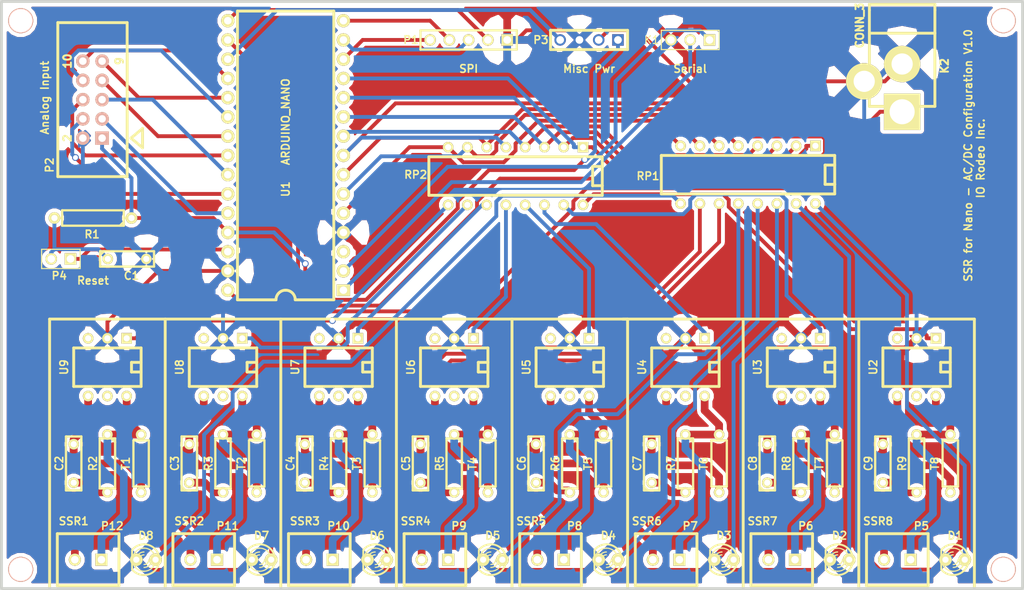
<source format=kicad_pcb>
(kicad_pcb (version 3) (host pcbnew "(2013-mar-13)-testing")
  (title_block (date "14 feb 2012"))
  (layers (15 Component signal) (0 Copper signal) (18 B.Paste user) (19 F.Paste user) (20 B.SilkS user) (21 F.SilkS user) (22 B.Mask user) (23 F.Mask user) (28 Edge.Cuts user))
  (net 0 "")
  (net 1 /+5V)
  (net 2 /1A)
  (net 3 /1B)
  (net 4 /2A)
  (net 5 /2B)
  (net 6 /3A)
  (net 7 /3B)
  (net 8 /3V3)
  (net 9 /4A)
  (net 10 /4B)
  (net 11 /5A)
  (net 12 /5B)
  (net 13 /6A)
  (net 14 /6B)
  (net 15 /7A)
  (net 16 /7B)
  (net 17 /8A)
  (net 18 /8B)
  (net 19 /A0)
  (net 20 /A1)
  (net 21 /A2)
  (net 22 /A3)
  (net 23 /A4)
  (net 24 /A5)
  (net 25 /A6)
  (net 26 /A7)
  (net 27 /AREF)
  (net 28 /D0/RX)
  (net 29 /D1/TX)
  (net 30 /D10/SS)
  (net 31 /D11/MOSI)
  (net 32 /D12/MISO)
  (net 33 /D13/SCK)
  (net 34 /D2)
  (net 35 /D3)
  (net 36 /D4)
  (net 37 /D5)
  (net 38 /D6)
  (net 39 /D7)
  (net 40 /D8)
  (net 41 /D9)
  (net 42 /RST)
  (net 43 /VIN)
  (net 44 GND)
  (net 45 N-0000010)
  (net 46 N-0000011)
  (net 47 N-0000012)
  (net 48 N-0000013)
  (net 49 N-0000016)
  (net 50 N-0000017)
  (net 51 N-0000018)
  (net 52 N-0000019)
  (net 53 N-0000020)
  (net 54 N-0000021)
  (net 55 N-0000022)
  (net 56 N-0000023)
  (net 57 N-0000024)
  (net 58 N-0000025)
  (net 59 N-0000026)
  (net 60 N-0000027)
  (net 61 N-0000045)
  (net 62 N-0000046)
  (net 63 N-0000047)
  (net 64 N-000005)
  (net 65 N-0000050)
  (net 66 N-0000051)
  (net 67 N-0000054)
  (net 68 N-0000055)
  (net 69 N-000006)
  (net 70 N-0000063)
  (net 71 N-0000064)
  (net 72 N-0000065)
  (net 73 N-0000069)
  (net 74 N-000007)
  (net 75 N-0000072)
  (net 76 N-0000073)
  (net 77 N-0000074)
  (net 78 N-0000079)
  (net 79 N-000008)
  (net 80 N-0000080)
  (net 81 N-0000081)
  (net 82 N-0000082)
  (net 83 N-0000083)
  (net 84 N-0000084)
  (net 85 N-0000086)
  (net 86 N-000009)
  (module arduino_nano (layer Component) (at 113.03 69.85 180)
    (fp_text reference U1 (at 0 -4.445 270) (layer F.SilkS) (effects (font (size 1.016 1.016) (thickness 0.2032))))
    (fp_text value ARDUINO_NANO (at 0 4.445 270) (layer F.SilkS) (effects (font (size 1.016 1.016) (thickness 0.2032))))
    (pad 1 thru_hole rect (at -7.62 -17.78 180) (size 1.7526 1.524) (drill 0.9906) (layers *.Cu *.Mask F.SilkS) (net 29 /D1/TX))
    (pad 2 thru_hole circle (at -7.62 -15.24 180) (size 1.7526 1.7526) (drill 0.9906) (layers *.Cu *.Mask F.SilkS) (net 28 /D0/RX))
    (pad 3 thru_hole circle (at -7.62 -12.7 180) (size 1.7526 1.7526) (drill 0.9906) (layers *.Cu *.Mask F.SilkS) (net 65 N-0000050))
    (pad 4 thru_hole circle (at -7.62 -10.16 180) (size 1.7526 1.7526) (drill 0.9906) (layers *.Cu *.Mask F.SilkS) (net 44 GND))
    (pad 5 thru_hole circle (at -7.62 -7.62 180) (size 1.7526 1.7526) (drill 0.9906) (layers *.Cu *.Mask F.SilkS) (net 34 /D2))
    (pad 6 thru_hole circle (at -7.62 -5.08 180) (size 1.7526 1.7526) (drill 0.9906) (layers *.Cu *.Mask F.SilkS) (net 35 /D3))
    (pad 7 thru_hole circle (at -7.62 -2.54 180) (size 1.7526 1.7526) (drill 0.9906) (layers *.Cu *.Mask F.SilkS) (net 36 /D4))
    (pad 8 thru_hole circle (at -7.62 0 180) (size 1.7526 1.7526) (drill 0.9906) (layers *.Cu *.Mask F.SilkS) (net 37 /D5))
    (pad 9 thru_hole circle (at -7.62 2.54 180) (size 1.7526 1.7526) (drill 0.9906) (layers *.Cu *.Mask F.SilkS) (net 38 /D6))
    (pad 10 thru_hole circle (at -7.62 5.08 180) (size 1.7526 1.7526) (drill 0.9906) (layers *.Cu *.Mask F.SilkS) (net 39 /D7))
    (pad 11 thru_hole circle (at -7.62 7.62 180) (size 1.7526 1.7526) (drill 0.9906) (layers *.Cu *.Mask F.SilkS) (net 40 /D8))
    (pad 12 thru_hole circle (at -7.62 10.16 180) (size 1.7526 1.7526) (drill 0.9906) (layers *.Cu *.Mask F.SilkS) (net 41 /D9))
    (pad 13 thru_hole circle (at -7.62 12.7 180) (size 1.7526 1.7526) (drill 0.9906) (layers *.Cu *.Mask F.SilkS) (net 30 /D10/SS))
    (pad 14 thru_hole circle (at -7.62 15.24 180) (size 1.7526 1.7526) (drill 0.9906) (layers *.Cu *.Mask F.SilkS) (net 31 /D11/MOSI))
    (pad 15 thru_hole circle (at -7.62 17.78 180) (size 1.7526 1.7526) (drill 0.9906) (layers *.Cu *.Mask F.SilkS) (net 32 /D12/MISO))
    (pad 16 thru_hole circle (at 7.62 17.78 180) (size 1.7526 1.7526) (drill 0.9906) (layers *.Cu *.Mask F.SilkS) (net 33 /D13/SCK))
    (pad 17 thru_hole circle (at 7.62 15.24 180) (size 1.7526 1.7526) (drill 0.9906) (layers *.Cu *.Mask F.SilkS) (net 8 /3V3))
    (pad 18 thru_hole circle (at 7.62 12.7 180) (size 1.7526 1.7526) (drill 0.9906) (layers *.Cu *.Mask F.SilkS) (net 27 /AREF))
    (pad 19 thru_hole circle (at 7.62 10.16 180) (size 1.7526 1.7526) (drill 0.9906) (layers *.Cu *.Mask F.SilkS) (net 19 /A0))
    (pad 20 thru_hole circle (at 7.62 7.62 180) (size 1.7526 1.7526) (drill 0.9906) (layers *.Cu *.Mask F.SilkS) (net 20 /A1))
    (pad 21 thru_hole circle (at 7.62 5.08 180) (size 1.7526 1.7526) (drill 0.9906) (layers *.Cu *.Mask F.SilkS) (net 21 /A2))
    (pad 22 thru_hole circle (at 7.62 2.54 180) (size 1.7526 1.7526) (drill 0.9906) (layers *.Cu *.Mask F.SilkS) (net 22 /A3))
    (pad 23 thru_hole circle (at 7.62 0 180) (size 1.7526 1.7526) (drill 0.9906) (layers *.Cu *.Mask F.SilkS) (net 23 /A4))
    (pad 24 thru_hole circle (at 7.62 -2.54 180) (size 1.7526 1.7526) (drill 0.9906) (layers *.Cu *.Mask F.SilkS) (net 24 /A5))
    (pad 25 thru_hole circle (at 7.62 -5.08 180) (size 1.7526 1.7526) (drill 0.9906) (layers *.Cu *.Mask F.SilkS) (net 25 /A6))
    (pad 26 thru_hole circle (at 7.62 -7.62 180) (size 1.7526 1.7526) (drill 0.9906) (layers *.Cu *.Mask F.SilkS) (net 26 /A7))
    (pad 27 thru_hole circle (at 7.62 -10.16 180) (size 1.7526 1.7526) (drill 0.9906) (layers *.Cu *.Mask F.SilkS) (net 1 /+5V))
    (pad 28 thru_hole circle (at 7.62 -12.7 180) (size 1.7526 1.7526) (drill 0.9906) (layers *.Cu *.Mask F.SilkS) (net 42 /RST))
    (pad 29 thru_hole circle (at 7.62 -15.24 180) (size 1.7526 1.7526) (drill 0.9906) (layers *.Cu *.Mask F.SilkS) (net 44 GND))
    (pad 30 thru_hole circle (at 7.62 -17.78 180) (size 1.7526 1.7526) (drill 0.9906) (layers *.Cu *.Mask F.SilkS) (net 43 /VIN))
  )
  (module C2 (layer Component) (at 92.1258 83.5025)
    (fp_text reference C1 (at 0.5842 2.2225) (layer F.SilkS) (effects (font (size 1.016 1.016) (thickness 0.2032))))
    (fp_text value 0.33uF hide)
    (pad 1 thru_hole circle (at -2.54 0) (size 1.397 1.397) (drill 0.8128) (layers *.Cu *.Mask F.SilkS) (net 78 N-0000079))
    (pad 2 thru_hole circle (at 2.54 0) (size 1.397 1.397) (drill 0.8128) (layers *.Cu *.Mask F.SilkS) (net 44 GND))
  )
  (module DIP-16__300 (layer Component) (at 143.345 72.5678 180)
    (fp_text reference RP2 (at 13.1699 0.1778 180) (layer F.SilkS) (effects (font (size 1.016 1.016) (thickness 0.2032))))
    (fp_text value R_PACK8_150_Ohm hide)
    (pad 1 thru_hole rect (at -8.89 3.81 180) (size 1.397 1.397) (drill 0.8128) (layers *.Cu *.Mask F.SilkS) (net 41 /D9))
    (pad 2 thru_hole circle (at -6.35 3.81 180) (size 1.397 1.397) (drill 0.8128) (layers *.Cu *.Mask F.SilkS) (net 40 /D8))
    (pad 3 thru_hole circle (at -3.81 3.81 180) (size 1.397 1.397) (drill 0.8128) (layers *.Cu *.Mask F.SilkS) (net 39 /D7))
    (pad 4 thru_hole circle (at -1.27 3.81 180) (size 1.397 1.397) (drill 0.8128) (layers *.Cu *.Mask F.SilkS) (net 38 /D6))
    (pad 5 thru_hole circle (at 1.27 3.81 180) (size 1.397 1.397) (drill 0.8128) (layers *.Cu *.Mask F.SilkS) (net 37 /D5))
    (pad 6 thru_hole circle (at 3.81 3.81 180) (size 1.397 1.397) (drill 0.8128) (layers *.Cu *.Mask F.SilkS) (net 36 /D4))
    (pad 7 thru_hole circle (at 6.35 3.81 180) (size 1.397 1.397) (drill 0.8128) (layers *.Cu *.Mask F.SilkS) (net 35 /D3))
    (pad 8 thru_hole circle (at 8.89 3.81 180) (size 1.397 1.397) (drill 0.8128) (layers *.Cu *.Mask F.SilkS) (net 34 /D2))
    (pad 9 thru_hole circle (at 8.89 -3.81 180) (size 1.397 1.397) (drill 0.8128) (layers *.Cu *.Mask F.SilkS) (net 54 N-0000021))
    (pad 10 thru_hole circle (at 6.35 -3.81 180) (size 1.397 1.397) (drill 0.8128) (layers *.Cu *.Mask F.SilkS) (net 55 N-0000022))
    (pad 11 thru_hole circle (at 3.81 -3.81 180) (size 1.397 1.397) (drill 0.8128) (layers *.Cu *.Mask F.SilkS) (net 59 N-0000026))
    (pad 12 thru_hole circle (at 1.27 -3.81 180) (size 1.397 1.397) (drill 0.8128) (layers *.Cu *.Mask F.SilkS) (net 56 N-0000023))
    (pad 13 thru_hole circle (at -1.27 -3.81 180) (size 1.397 1.397) (drill 0.8128) (layers *.Cu *.Mask F.SilkS) (net 52 N-0000019))
    (pad 14 thru_hole circle (at -3.81 -3.81 180) (size 1.397 1.397) (drill 0.8128) (layers *.Cu *.Mask F.SilkS) (net 57 N-0000024))
    (pad 15 thru_hole circle (at -6.35 -3.81 180) (size 1.397 1.397) (drill 0.8128) (layers *.Cu *.Mask F.SilkS) (net 80 N-0000080))
    (pad 16 thru_hole circle (at -8.89 -3.81 180) (size 1.397 1.397) (drill 0.8128) (layers *.Cu *.Mask F.SilkS) (net 58 N-0000025))
  )
  (module DIP-16__300 (layer Component) (at 173.99 72.39 180)
    (fp_text reference RP1 (at 13.1826 -0.1905 180) (layer F.SilkS) (effects (font (size 1.016 1.016) (thickness 0.2032))))
    (fp_text value R_PACK8_220_Ohm hide)
    (pad 1 thru_hole rect (at -8.89 3.81 180) (size 1.397 1.397) (drill 0.8128) (layers *.Cu *.Mask F.SilkS) (net 41 /D9))
    (pad 2 thru_hole circle (at -6.35 3.81 180) (size 1.397 1.397) (drill 0.8128) (layers *.Cu *.Mask F.SilkS) (net 40 /D8))
    (pad 3 thru_hole circle (at -3.81 3.81 180) (size 1.397 1.397) (drill 0.8128) (layers *.Cu *.Mask F.SilkS) (net 39 /D7))
    (pad 4 thru_hole circle (at -1.27 3.81 180) (size 1.397 1.397) (drill 0.8128) (layers *.Cu *.Mask F.SilkS) (net 38 /D6))
    (pad 5 thru_hole circle (at 1.27 3.81 180) (size 1.397 1.397) (drill 0.8128) (layers *.Cu *.Mask F.SilkS) (net 37 /D5))
    (pad 6 thru_hole circle (at 3.81 3.81 180) (size 1.397 1.397) (drill 0.8128) (layers *.Cu *.Mask F.SilkS) (net 36 /D4))
    (pad 7 thru_hole circle (at 6.35 3.81 180) (size 1.397 1.397) (drill 0.8128) (layers *.Cu *.Mask F.SilkS) (net 35 /D3))
    (pad 8 thru_hole circle (at 8.89 3.81 180) (size 1.397 1.397) (drill 0.8128) (layers *.Cu *.Mask F.SilkS) (net 34 /D2))
    (pad 9 thru_hole circle (at 8.89 -3.81 180) (size 1.397 1.397) (drill 0.8128) (layers *.Cu *.Mask F.SilkS) (net 73 N-0000069))
    (pad 10 thru_hole circle (at 6.35 -3.81 180) (size 1.397 1.397) (drill 0.8128) (layers *.Cu *.Mask F.SilkS) (net 81 N-0000081))
    (pad 11 thru_hole circle (at 3.81 -3.81 180) (size 1.397 1.397) (drill 0.8128) (layers *.Cu *.Mask F.SilkS) (net 77 N-0000074))
    (pad 12 thru_hole circle (at 1.27 -3.81 180) (size 1.397 1.397) (drill 0.8128) (layers *.Cu *.Mask F.SilkS) (net 82 N-0000082))
    (pad 13 thru_hole circle (at -1.27 -3.81 180) (size 1.397 1.397) (drill 0.8128) (layers *.Cu *.Mask F.SilkS) (net 76 N-0000073))
    (pad 14 thru_hole circle (at -3.81 -3.81 180) (size 1.397 1.397) (drill 0.8128) (layers *.Cu *.Mask F.SilkS) (net 83 N-0000083))
    (pad 15 thru_hole circle (at -6.35 -3.81 180) (size 1.397 1.397) (drill 0.8128) (layers *.Cu *.Mask F.SilkS) (net 84 N-0000084))
    (pad 16 thru_hole circle (at -8.89 -3.81 180) (size 1.397 1.397) (drill 0.8128) (layers *.Cu *.Mask F.SilkS) (net 75 N-0000072))
  )
  (module LED-3MM (layer Component) (at 201.295 123.19 180)
    (fp_text reference D1 (at 0 3.175 180) (layer F.SilkS) (effects (font (size 1.016 1.016) (thickness 0.2032))))
    (fp_text value LED hide)
    (pad 1 thru_hole circle (at -1.27 0 180) (size 1.6764 1.6764) (drill 0.8128) (layers *.Cu F.Paste F.SilkS F.Mask) (net 75 N-0000072))
    (pad 2 thru_hole circle (at 1.27 0 180) (size 1.6764 1.6764) (drill 0.8128) (layers *.Cu F.Paste F.SilkS F.Mask) (net 44 GND))
  )
  (module LED-3MM (layer Component) (at 170.815 123.19 180)
    (fp_text reference D3 (at 0 3.175 180) (layer F.SilkS) (effects (font (size 1.016 1.016) (thickness 0.2032))))
    (fp_text value LED hide)
    (pad 1 thru_hole circle (at -1.27 0 180) (size 1.6764 1.6764) (drill 0.8128) (layers *.Cu F.Paste F.SilkS F.Mask) (net 83 N-0000083))
    (pad 2 thru_hole circle (at 1.27 0 180) (size 1.6764 1.6764) (drill 0.8128) (layers *.Cu F.Paste F.SilkS F.Mask) (net 44 GND))
  )
  (module LED-3MM (layer Component) (at 186.055 123.19 180)
    (fp_text reference D2 (at 0 3.175 180) (layer F.SilkS) (effects (font (size 1.016 1.016) (thickness 0.2032))))
    (fp_text value LED hide)
    (pad 1 thru_hole circle (at -1.27 0 180) (size 1.6764 1.6764) (drill 0.8128) (layers *.Cu F.Paste F.SilkS F.Mask) (net 84 N-0000084))
    (pad 2 thru_hole circle (at 1.27 0 180) (size 1.6764 1.6764) (drill 0.8128) (layers *.Cu F.Paste F.SilkS F.Mask) (net 44 GND))
  )
  (module LED-3MM (layer Component) (at 155.575 123.19 180)
    (fp_text reference D4 (at 0 3.175 180) (layer F.SilkS) (effects (font (size 1.016 1.016) (thickness 0.2032))))
    (fp_text value LED hide)
    (pad 1 thru_hole circle (at -1.27 0 180) (size 1.6764 1.6764) (drill 0.8128) (layers *.Cu F.Paste F.SilkS F.Mask) (net 76 N-0000073))
    (pad 2 thru_hole circle (at 1.27 0 180) (size 1.6764 1.6764) (drill 0.8128) (layers *.Cu F.Paste F.SilkS F.Mask) (net 44 GND))
  )
  (module LED-3MM (layer Component) (at 109.855 123.19 180)
    (fp_text reference D7 (at 0 3.175 180) (layer F.SilkS) (effects (font (size 1.016 1.016) (thickness 0.2032))))
    (fp_text value LED hide)
    (pad 1 thru_hole circle (at -1.27 0 180) (size 1.6764 1.6764) (drill 0.8128) (layers *.Cu F.Paste F.SilkS F.Mask) (net 81 N-0000081))
    (pad 2 thru_hole circle (at 1.27 0 180) (size 1.6764 1.6764) (drill 0.8128) (layers *.Cu F.Paste F.SilkS F.Mask) (net 44 GND))
  )
  (module LED-3MM (layer Component) (at 94.615 123.19 180)
    (fp_text reference D8 (at 0 3.175 180) (layer F.SilkS) (effects (font (size 1.016 1.016) (thickness 0.2032))))
    (fp_text value LED hide)
    (pad 1 thru_hole circle (at -1.27 0 180) (size 1.6764 1.6764) (drill 0.8128) (layers *.Cu F.Paste F.SilkS F.Mask) (net 73 N-0000069))
    (pad 2 thru_hole circle (at 1.27 0 180) (size 1.6764 1.6764) (drill 0.8128) (layers *.Cu F.Paste F.SilkS F.Mask) (net 44 GND))
  )
  (module LED-3MM (layer Component) (at 140.335 123.19 180)
    (fp_text reference D5 (at 0 3.175 180) (layer F.SilkS) (effects (font (size 1.016 1.016) (thickness 0.2032))))
    (fp_text value LED hide)
    (pad 1 thru_hole circle (at -1.27 0 180) (size 1.6764 1.6764) (drill 0.8128) (layers *.Cu F.Paste F.SilkS F.Mask) (net 82 N-0000082))
    (pad 2 thru_hole circle (at 1.27 0 180) (size 1.6764 1.6764) (drill 0.8128) (layers *.Cu F.Paste F.SilkS F.Mask) (net 44 GND))
  )
  (module LED-3MM (layer Component) (at 125.095 123.19 180)
    (fp_text reference D6 (at 0 3.175 180) (layer F.SilkS) (effects (font (size 1.016 1.016) (thickness 0.2032))))
    (fp_text value LED hide)
    (pad 1 thru_hole circle (at -1.27 0 180) (size 1.6764 1.6764) (drill 0.8128) (layers *.Cu F.Paste F.SilkS F.Mask) (net 77 N-0000074))
    (pad 2 thru_hole circle (at 1.27 0 180) (size 1.6764 1.6764) (drill 0.8128) (layers *.Cu F.Paste F.SilkS F.Mask) (net 44 GND))
  )
  (module PIN_ARRAY_2X1 (layer Component) (at 83.4009 83.5025 180)
    (fp_text reference P4 (at 0.2159 -2.2225 180) (layer F.SilkS) (effects (font (size 1.016 1.016) (thickness 0.2032))))
    (fp_text value CONN_2 hide)
    (pad 1 thru_hole rect (at -1.27 0 180) (size 1.524 1.524) (drill 1.016) (layers *.Cu *.Mask F.SilkS) (net 42 /RST))
    (pad 2 thru_hole circle (at 1.27 0 180) (size 1.524 1.524) (drill 1.016) (layers *.Cu *.Mask F.SilkS) (net 78 N-0000079))
  )
  (module PIN_ARRAY_3X1_MOD (layer Component) (at 166.37 54.61 180)
    (fp_text reference K1 (at 5.08 0 180) (layer F.SilkS) (effects (font (size 1.016 1.016) (thickness 0.1524))))
    (fp_text value CONN_3 hide)
    (pad 1 thru_hole rect (at -2.54 0 180) (size 1.524 1.524) (drill 1.016) (layers *.Cu *.Mask F.SilkS) (net 28 /D0/RX))
    (pad 2 thru_hole circle (at 0 0 180) (size 1.524 1.524) (drill 1.016) (layers *.Cu *.Mask F.SilkS) (net 29 /D1/TX))
    (pad 3 thru_hole circle (at 2.54 0 180) (size 1.524 1.524) (drill 1.016) (layers *.Cu *.Mask F.SilkS) (net 44 GND))
  )
  (module PIN_ARRAY_4X1 (layer Component) (at 153.035 54.61 180)
    (fp_text reference P3 (at 6.35 0 180) (layer F.SilkS) (effects (font (size 1.016 1.016) (thickness 0.2032))))
    (fp_text value CONN_4 hide)
    (pad 1 thru_hole rect (at -3.81 0 180) (size 1.524 1.524) (drill 1.016) (layers *.Cu) (net 1 /+5V))
    (pad 2 thru_hole circle (at -1.27 0 180) (size 1.524 1.524) (drill 1.016) (layers *.Cu) (net 8 /3V3))
    (pad 3 thru_hole circle (at 1.27 0 180) (size 1.524 1.524) (drill 1.016) (layers *.Cu) (net 44 GND))
    (pad 4 thru_hole circle (at 3.81 0 180) (size 1.524 1.524) (drill 1.016) (layers *.Cu) (net 27 /AREF))
  )
  (module R4 (layer Component) (at 87.63 78.105 180)
    (fp_text reference R1 (at 0.1143 -2.159 180) (layer F.SilkS) (effects (font (size 1.016 1.016) (thickness 0.2032))))
    (fp_text value 68 hide)
    (pad 1 thru_hole circle (at -5.08 0 180) (size 1.524 1.524) (drill 0.8128) (layers *.Cu *.Mask F.SilkS) (net 1 /+5V))
    (pad 2 thru_hole circle (at 5.08 0 180) (size 1.524 1.524) (drill 0.8128) (layers *.Cu *.Mask F.SilkS) (net 78 N-0000079))
  )
  (module HEADER_5x2_LARGE (layer Component) (at 87.5665 62.484 90)
    (fp_text reference P2 (at -8.636 -5.6515 90) (layer F.SilkS) (effects (font (size 1.016 1.016) (thickness 0.2032))))
    (fp_text value CONN_5X2 hide)
    (fp_text user 2 (at -5.08 -3.302 90) (layer F.SilkS) (effects (font (size 1.016 1.016) (thickness 0.254))))
    (fp_text user 10 (at 5.08 -3.302 90) (layer F.SilkS) (effects (font (size 1.016 1.016) (thickness 0.254))))
    (fp_text user 9 (at 5.08 3.556 90) (layer F.SilkS) (effects (font (size 1.016 1.016) (thickness 0.254))))
    (pad 1 thru_hole rect (at -5.08 1.27 90) (size 1.778 1.778) (drill 0.9906) (layers *.Cu *.SilkS *.Mask) (net 1 /+5V))
    (pad 2 thru_hole circle (at -5.08 -1.27 90) (size 1.778 1.778) (drill 0.9906) (layers *.Cu *.SilkS *.Mask) (net 44 GND))
    (pad 3 thru_hole circle (at -2.54 1.27 90) (size 1.778 1.778) (drill 0.9906) (layers *.Cu *.SilkS *.Mask) (net 26 /A7))
    (pad 4 thru_hole circle (at -2.54 -1.27 90) (size 1.778 1.778) (drill 0.9906) (layers *.Cu *.SilkS *.Mask) (net 25 /A6))
    (pad 5 thru_hole circle (at 0 1.27 90) (size 1.778 1.778) (drill 0.9906) (layers *.Cu *.SilkS *.Mask) (net 24 /A5))
    (pad 6 thru_hole circle (at 0 -1.27 90) (size 1.778 1.778) (drill 0.9906) (layers *.Cu *.SilkS *.Mask) (net 23 /A4))
    (pad 7 thru_hole circle (at 2.54 1.27 90) (size 1.778 1.778) (drill 0.9906) (layers *.Cu *.SilkS *.Mask) (net 22 /A3))
    (pad 8 thru_hole circle (at 2.54 -1.27 90) (size 1.778 1.778) (drill 0.9906) (layers *.Cu *.SilkS *.Mask) (net 21 /A2))
    (pad 9 thru_hole circle (at 5.08 1.27 90) (size 1.778 1.778) (drill 0.9906) (layers *.Cu *.SilkS *.Mask) (net 20 /A1))
    (pad 10 thru_hole circle (at 5.08 -1.27 90) (size 1.778 1.778) (drill 0.9906) (layers *.Cu *.SilkS *.Mask) (net 19 /A0))
  )
  (module MOUNT_HOLE_4_40 (layer Component) (at 78.74 124.46)
    (fp_text reference M4 hide)
    (fp_text value VAL** hide)
    (pad "" thru_hole circle (at -0.635 0) (size 3.302 3.302) (drill 3.048) (layers *.Cu *.SilkS *.Mask))
  )
  (module MOUNT_HOLE_4_40 (layer Component) (at 207.01 53.34)
    (fp_text reference M2 hide)
    (fp_text value VAL** hide)
    (pad "" thru_hole circle (at 0.635 -1.27) (size 3.302 3.302) (drill 3.048) (layers *.Cu *.SilkS *.Mask))
  )
  (module MOUNT_HOLE_4_40 (layer Component) (at 207.01 124.46)
    (fp_text reference M3 hide)
    (fp_text value VAL** hide)
    (pad "" thru_hole circle (at 0.635 0) (size 3.302 3.302) (drill 3.048) (layers *.Cu *.SilkS *.Mask))
  )
  (module MOUNT_HOLE_4_40 (layer Component) (at 78.74 53.34)
    (fp_text reference M1 hide)
    (fp_text value VAL** hide)
    (pad "" thru_hole circle (at -0.635 -1.27) (size 3.302 3.302) (drill 3.048) (layers *.Cu *.SilkS *.Mask))
  )
  (module DIP-6__300 (layer Component) (at 89.535 97.79 180)
    (fp_text reference U9 (at 5.715 0 270) (layer F.SilkS) (effects (font (size 1.016 1.016) (thickness 0.2032))))
    (fp_text value SSR_DC_6PIN hide)
    (pad 1 thru_hole rect (at -2.54 3.81 180) (size 1.397 1.397) (drill 0.8128) (layers *.Cu *.Mask F.SilkS) (net 54 N-0000021))
    (pad 2 thru_hole circle (at 0 3.81 180) (size 1.397 1.397) (drill 0.8128) (layers *.Cu *.Mask F.SilkS) (net 44 GND))
    (pad 3 thru_hole circle (at 2.54 3.81 180) (size 1.397 1.397) (drill 0.8128) (layers *.Cu *.Mask F.SilkS) (net 61 N-0000045))
    (pad 4 thru_hole circle (at 2.54 -3.81 180) (size 1.397 1.397) (drill 0.8128) (layers *.Cu *.Mask F.SilkS) (net 3 /1B))
    (pad 5 thru_hole circle (at 0 -3.81 180) (size 1.397 1.397) (drill 0.8128) (layers *.Cu *.Mask F.SilkS) (net 45 N-0000010))
    (pad 6 thru_hole circle (at -2.54 -3.81 180) (size 1.397 1.397) (drill 0.8128) (layers *.Cu *.Mask F.SilkS) (net 2 /1A))
  )
  (module DIP-6__300 (layer Component) (at 104.775 97.79 180)
    (fp_text reference U8 (at 5.715 0 270) (layer F.SilkS) (effects (font (size 1.016 1.016) (thickness 0.2032))))
    (fp_text value SSR_DC_6PIN hide)
    (pad 1 thru_hole rect (at -2.54 3.81 180) (size 1.397 1.397) (drill 0.8128) (layers *.Cu *.Mask F.SilkS) (net 55 N-0000022))
    (pad 2 thru_hole circle (at 0 3.81 180) (size 1.397 1.397) (drill 0.8128) (layers *.Cu *.Mask F.SilkS) (net 44 GND))
    (pad 3 thru_hole circle (at 2.54 3.81 180) (size 1.397 1.397) (drill 0.8128) (layers *.Cu *.Mask F.SilkS) (net 63 N-0000047))
    (pad 4 thru_hole circle (at 2.54 -3.81 180) (size 1.397 1.397) (drill 0.8128) (layers *.Cu *.Mask F.SilkS) (net 5 /2B))
    (pad 5 thru_hole circle (at 0 -3.81 180) (size 1.397 1.397) (drill 0.8128) (layers *.Cu *.Mask F.SilkS) (net 86 N-000009))
    (pad 6 thru_hole circle (at -2.54 -3.81 180) (size 1.397 1.397) (drill 0.8128) (layers *.Cu *.Mask F.SilkS) (net 4 /2A))
  )
  (module DIP-6__300 (layer Component) (at 120.015 97.79 180)
    (fp_text reference U7 (at 5.715 0 270) (layer F.SilkS) (effects (font (size 1.016 1.016) (thickness 0.2032))))
    (fp_text value SSR_DC_6PIN hide)
    (pad 1 thru_hole rect (at -2.54 3.81 180) (size 1.397 1.397) (drill 0.8128) (layers *.Cu *.Mask F.SilkS) (net 59 N-0000026))
    (pad 2 thru_hole circle (at 0 3.81 180) (size 1.397 1.397) (drill 0.8128) (layers *.Cu *.Mask F.SilkS) (net 44 GND))
    (pad 3 thru_hole circle (at 2.54 3.81 180) (size 1.397 1.397) (drill 0.8128) (layers *.Cu *.Mask F.SilkS) (net 60 N-0000027))
    (pad 4 thru_hole circle (at 2.54 -3.81 180) (size 1.397 1.397) (drill 0.8128) (layers *.Cu *.Mask F.SilkS) (net 7 /3B))
    (pad 5 thru_hole circle (at 0 -3.81 180) (size 1.397 1.397) (drill 0.8128) (layers *.Cu *.Mask F.SilkS) (net 79 N-000008))
    (pad 6 thru_hole circle (at -2.54 -3.81 180) (size 1.397 1.397) (drill 0.8128) (layers *.Cu *.Mask F.SilkS) (net 6 /3A))
  )
  (module DIP-6__300 (layer Component) (at 135.255 97.79 180)
    (fp_text reference U6 (at 5.715 0 270) (layer F.SilkS) (effects (font (size 1.016 1.016) (thickness 0.2032))))
    (fp_text value SSR_DC_6PIN hide)
    (pad 1 thru_hole rect (at -2.54 3.81 180) (size 1.397 1.397) (drill 0.8128) (layers *.Cu *.Mask F.SilkS) (net 56 N-0000023))
    (pad 2 thru_hole circle (at 0 3.81 180) (size 1.397 1.397) (drill 0.8128) (layers *.Cu *.Mask F.SilkS) (net 44 GND))
    (pad 3 thru_hole circle (at 2.54 3.81 180) (size 1.397 1.397) (drill 0.8128) (layers *.Cu *.Mask F.SilkS) (net 50 N-0000017))
    (pad 4 thru_hole circle (at 2.54 -3.81 180) (size 1.397 1.397) (drill 0.8128) (layers *.Cu *.Mask F.SilkS) (net 10 /4B))
    (pad 5 thru_hole circle (at 0 -3.81 180) (size 1.397 1.397) (drill 0.8128) (layers *.Cu *.Mask F.SilkS) (net 74 N-000007))
    (pad 6 thru_hole circle (at -2.54 -3.81 180) (size 1.397 1.397) (drill 0.8128) (layers *.Cu *.Mask F.SilkS) (net 9 /4A))
  )
  (module DIP-6__300 (layer Component) (at 150.495 97.79 180)
    (fp_text reference U5 (at 5.715 0 270) (layer F.SilkS) (effects (font (size 1.016 1.016) (thickness 0.2032))))
    (fp_text value SSR_DC_6PIN hide)
    (pad 1 thru_hole rect (at -2.54 3.81 180) (size 1.397 1.397) (drill 0.8128) (layers *.Cu *.Mask F.SilkS) (net 52 N-0000019))
    (pad 2 thru_hole circle (at 0 3.81 180) (size 1.397 1.397) (drill 0.8128) (layers *.Cu *.Mask F.SilkS) (net 44 GND))
    (pad 3 thru_hole circle (at 2.54 3.81 180) (size 1.397 1.397) (drill 0.8128) (layers *.Cu *.Mask F.SilkS) (net 53 N-0000020))
    (pad 4 thru_hole circle (at 2.54 -3.81 180) (size 1.397 1.397) (drill 0.8128) (layers *.Cu *.Mask F.SilkS) (net 12 /5B))
    (pad 5 thru_hole circle (at 0 -3.81 180) (size 1.397 1.397) (drill 0.8128) (layers *.Cu *.Mask F.SilkS) (net 69 N-000006))
    (pad 6 thru_hole circle (at -2.54 -3.81 180) (size 1.397 1.397) (drill 0.8128) (layers *.Cu *.Mask F.SilkS) (net 11 /5A))
  )
  (module DIP-6__300 (layer Component) (at 165.735 97.79 180)
    (fp_text reference U4 (at 5.715 0 270) (layer F.SilkS) (effects (font (size 1.016 1.016) (thickness 0.2032))))
    (fp_text value SSR_DC_6PIN hide)
    (pad 1 thru_hole rect (at -2.54 3.81 180) (size 1.397 1.397) (drill 0.8128) (layers *.Cu *.Mask F.SilkS) (net 57 N-0000024))
    (pad 2 thru_hole circle (at 0 3.81 180) (size 1.397 1.397) (drill 0.8128) (layers *.Cu *.Mask F.SilkS) (net 44 GND))
    (pad 3 thru_hole circle (at 2.54 3.81 180) (size 1.397 1.397) (drill 0.8128) (layers *.Cu *.Mask F.SilkS) (net 62 N-0000046))
    (pad 4 thru_hole circle (at 2.54 -3.81 180) (size 1.397 1.397) (drill 0.8128) (layers *.Cu *.Mask F.SilkS) (net 14 /6B))
    (pad 5 thru_hole circle (at 0 -3.81 180) (size 1.397 1.397) (drill 0.8128) (layers *.Cu *.Mask F.SilkS) (net 64 N-000005))
    (pad 6 thru_hole circle (at -2.54 -3.81 180) (size 1.397 1.397) (drill 0.8128) (layers *.Cu *.Mask F.SilkS) (net 13 /6A))
  )
  (module DIP-6__300 (layer Component) (at 180.975 97.79 180)
    (fp_text reference U3 (at 5.715 0 270) (layer F.SilkS) (effects (font (size 1.016 1.016) (thickness 0.2032))))
    (fp_text value SSR_DC_6PIN hide)
    (pad 1 thru_hole rect (at -2.54 3.81 180) (size 1.397 1.397) (drill 0.8128) (layers *.Cu *.Mask F.SilkS) (net 80 N-0000080))
    (pad 2 thru_hole circle (at 0 3.81 180) (size 1.397 1.397) (drill 0.8128) (layers *.Cu *.Mask F.SilkS) (net 44 GND))
    (pad 3 thru_hole circle (at 2.54 3.81 180) (size 1.397 1.397) (drill 0.8128) (layers *.Cu *.Mask F.SilkS) (net 85 N-0000086))
    (pad 4 thru_hole circle (at 2.54 -3.81 180) (size 1.397 1.397) (drill 0.8128) (layers *.Cu *.Mask F.SilkS) (net 16 /7B))
    (pad 5 thru_hole circle (at 0 -3.81 180) (size 1.397 1.397) (drill 0.8128) (layers *.Cu *.Mask F.SilkS) (net 47 N-0000012))
    (pad 6 thru_hole circle (at -2.54 -3.81 180) (size 1.397 1.397) (drill 0.8128) (layers *.Cu *.Mask F.SilkS) (net 15 /7A))
  )
  (module DIP-6__300 (layer Component) (at 196.215 97.79 180)
    (fp_text reference U2 (at 5.715 0 270) (layer F.SilkS) (effects (font (size 1.016 1.016) (thickness 0.2032))))
    (fp_text value SSR_DC_6PIN hide)
    (pad 1 thru_hole rect (at -2.54 3.81 180) (size 1.397 1.397) (drill 0.8128) (layers *.Cu *.Mask F.SilkS) (net 58 N-0000025))
    (pad 2 thru_hole circle (at 0 3.81 180) (size 1.397 1.397) (drill 0.8128) (layers *.Cu *.Mask F.SilkS) (net 44 GND))
    (pad 3 thru_hole circle (at 2.54 3.81 180) (size 1.397 1.397) (drill 0.8128) (layers *.Cu *.Mask F.SilkS) (net 51 N-0000018))
    (pad 4 thru_hole circle (at 2.54 -3.81 180) (size 1.397 1.397) (drill 0.8128) (layers *.Cu *.Mask F.SilkS) (net 18 /8B))
    (pad 5 thru_hole circle (at 0 -3.81 180) (size 1.397 1.397) (drill 0.8128) (layers *.Cu *.Mask F.SilkS) (net 46 N-0000011))
    (pad 6 thru_hole circle (at -2.54 -3.81 180) (size 1.397 1.397) (drill 0.8128) (layers *.Cu *.Mask F.SilkS) (net 17 /8A))
  )
  (module BLOCK_CONN_2X1 (layer Component) (at 86.995 123.19 180)
    (fp_text reference P12 (at -3.175 4.445 180) (layer F.SilkS) (effects (font (size 1.016 1.016) (thickness 0.2032))))
    (fp_text value 2X_BLOCK_CONN hide)
    (pad 1 thru_hole rect (at -1.75006 0 180) (size 1.6002 1.6002) (drill 1.00076) (layers *.Cu *.Mask F.SilkS) (net 2 /1A))
    (pad 2 thru_hole circle (at 1.75006 0 180) (size 1.6002 1.6002) (drill 1.00076) (layers *.Cu *.Mask F.SilkS) (net 3 /1B))
  )
  (module BLOCK_CONN_2X1 (layer Component) (at 102.235 123.19 180)
    (fp_text reference P11 (at -3.175 4.445 180) (layer F.SilkS) (effects (font (size 1.016 1.016) (thickness 0.2032))))
    (fp_text value 2X_BLOCK_CONN hide)
    (pad 1 thru_hole rect (at -1.75006 0 180) (size 1.6002 1.6002) (drill 1.00076) (layers *.Cu *.Mask F.SilkS) (net 4 /2A))
    (pad 2 thru_hole circle (at 1.75006 0 180) (size 1.6002 1.6002) (drill 1.00076) (layers *.Cu *.Mask F.SilkS) (net 5 /2B))
  )
  (module BLOCK_CONN_2X1 (layer Component) (at 117.475 123.19 180)
    (fp_text reference P10 (at -2.54 4.445 180) (layer F.SilkS) (effects (font (size 1.016 1.016) (thickness 0.2032))))
    (fp_text value 2X_BLOCK_CONN hide)
    (pad 1 thru_hole rect (at -1.75006 0 180) (size 1.6002 1.6002) (drill 1.00076) (layers *.Cu *.Mask F.SilkS) (net 6 /3A))
    (pad 2 thru_hole circle (at 1.75006 0 180) (size 1.6002 1.6002) (drill 1.00076) (layers *.Cu *.Mask F.SilkS) (net 7 /3B))
  )
  (module BLOCK_CONN_2X1 (layer Component) (at 132.715 123.19 180)
    (fp_text reference P9 (at -3.175 4.445 180) (layer F.SilkS) (effects (font (size 1.016 1.016) (thickness 0.2032))))
    (fp_text value 2X_BLOCK_CONN hide)
    (pad 1 thru_hole rect (at -1.75006 0 180) (size 1.6002 1.6002) (drill 1.00076) (layers *.Cu *.Mask F.SilkS) (net 9 /4A))
    (pad 2 thru_hole circle (at 1.75006 0 180) (size 1.6002 1.6002) (drill 1.00076) (layers *.Cu *.Mask F.SilkS) (net 10 /4B))
  )
  (module BLOCK_CONN_2X1 (layer Component) (at 147.955 123.19 180)
    (fp_text reference P8 (at -3.175 4.445 180) (layer F.SilkS) (effects (font (size 1.016 1.016) (thickness 0.2032))))
    (fp_text value 2X_BLOCK_CONN hide)
    (pad 1 thru_hole rect (at -1.75006 0 180) (size 1.6002 1.6002) (drill 1.00076) (layers *.Cu *.Mask F.SilkS) (net 11 /5A))
    (pad 2 thru_hole circle (at 1.75006 0 180) (size 1.6002 1.6002) (drill 1.00076) (layers *.Cu *.Mask F.SilkS) (net 12 /5B))
  )
  (module BLOCK_CONN_2X1 (layer Component) (at 163.195 123.19 180)
    (fp_text reference P7 (at -3.175 4.445 180) (layer F.SilkS) (effects (font (size 1.016 1.016) (thickness 0.2032))))
    (fp_text value 2X_BLOCK_CONN hide)
    (pad 1 thru_hole rect (at -1.75006 0 180) (size 1.6002 1.6002) (drill 1.00076) (layers *.Cu *.Mask F.SilkS) (net 13 /6A))
    (pad 2 thru_hole circle (at 1.75006 0 180) (size 1.6002 1.6002) (drill 1.00076) (layers *.Cu *.Mask F.SilkS) (net 14 /6B))
  )
  (module BLOCK_CONN_2X1 (layer Component) (at 178.435 123.19 180)
    (fp_text reference P6 (at -3.175 4.445 180) (layer F.SilkS) (effects (font (size 1.016 1.016) (thickness 0.2032))))
    (fp_text value 2X_BLOCK_CONN hide)
    (pad 1 thru_hole rect (at -1.75006 0 180) (size 1.6002 1.6002) (drill 1.00076) (layers *.Cu *.Mask F.SilkS) (net 15 /7A))
    (pad 2 thru_hole circle (at 1.75006 0 180) (size 1.6002 1.6002) (drill 1.00076) (layers *.Cu *.Mask F.SilkS) (net 16 /7B))
  )
  (module BLOCK_CONN_2X1 (layer Component) (at 193.675 123.19 180)
    (fp_text reference P5 (at -3.175 4.445 180) (layer F.SilkS) (effects (font (size 1.016 1.016) (thickness 0.2032))))
    (fp_text value 2X_BLOCK_CONN hide)
    (pad 1 thru_hole rect (at -1.75006 0 180) (size 1.6002 1.6002) (drill 1.00076) (layers *.Cu *.Mask F.SilkS) (net 17 /8A))
    (pad 2 thru_hole circle (at 1.75006 0 180) (size 1.6002 1.6002) (drill 1.00076) (layers *.Cu *.Mask F.SilkS) (net 18 /8B))
  )
  (module PIN_ARRAY_5x1 (layer Component) (at 137.16 54.61 180)
    (fp_text reference P1 (at 7.62 0 180) (layer F.SilkS) (effects (font (size 1.016 1.016) (thickness 0.2032))))
    (fp_text value CONN_5_CUSTOM hide)
    (pad 1 thru_hole rect (at -5.08 0 180) (size 1.524 1.524) (drill 1.016) (layers *.Cu *.Mask F.SilkS) (net 44 GND))
    (pad 2 thru_hole circle (at -2.54 0 180) (size 1.524 1.524) (drill 1.016) (layers *.Cu *.Mask F.SilkS) (net 33 /D13/SCK))
    (pad 3 thru_hole circle (at 0 0 180) (size 1.524 1.524) (drill 1.016) (layers *.Cu *.Mask F.SilkS) (net 31 /D11/MOSI))
    (pad 4 thru_hole circle (at 2.54 0 180) (size 1.524 1.524) (drill 1.016) (layers *.Cu *.Mask F.SilkS) (net 32 /D12/MISO))
    (pad 5 thru_hole circle (at 5.08 0 180) (size 1.524 1.524) (drill 1.016) (layers *.Cu *.Mask F.SilkS) (net 30 /D10/SS))
  )
  (module JACK_ALIM_MOD (layer Component) (at 194.31 57.785 270)
    (fp_text reference K2 (at 0.254 -5.588 270) (layer F.SilkS) (effects (font (size 1.016 1.016) (thickness 0.254))))
    (fp_text value CONN_3 (at -5.08 5.588 270) (layer F.SilkS) (effects (font (size 1.016 1.016) (thickness 0.254))))
    (pad 2 thru_hole circle (at 0 0 270) (size 4.8006 4.8006) (drill 2.794) (layers *.Cu *.Mask F.SilkS) (net 44 GND))
    (pad 1 thru_hole rect (at 6.2992 0 270) (size 4.8006 4.8006) (drill 3.302) (layers *.Cu *.Mask F.SilkS) (net 43 /VIN))
    (pad 3 thru_hole circle (at 2.286 5.00126 270) (size 4.8006 4.8006) (drill 2.794) (layers *.Cu *.Mask F.SilkS) (net 44 GND))
  )
  (module C2 (layer Component) (at 85.09 110.49 90)
    (fp_text reference C2 (at 0 -1.905 90) (layer F.SilkS) (effects (font (size 1.016 1.016) (thickness 0.2032))))
    (fp_text value C hide)
    (pad 1 thru_hole circle (at -2.54 0 90) (size 1.397 1.397) (drill 0.8128) (layers *.Cu *.Mask F.SilkS) (net 48 N-0000013))
    (pad 2 thru_hole circle (at 2.54 0 90) (size 1.397 1.397) (drill 0.8128) (layers *.Cu *.Mask F.SilkS) (net 3 /1B))
  )
  (module C2 (layer Component) (at 100.33 110.49 90)
    (fp_text reference C3 (at 0 -1.905 90) (layer F.SilkS) (effects (font (size 1.016 1.016) (thickness 0.2032))))
    (fp_text value C hide)
    (pad 1 thru_hole circle (at -2.54 0 90) (size 1.397 1.397) (drill 0.8128) (layers *.Cu *.Mask F.SilkS) (net 49 N-0000016))
    (pad 2 thru_hole circle (at 2.54 0 90) (size 1.397 1.397) (drill 0.8128) (layers *.Cu *.Mask F.SilkS) (net 5 /2B))
  )
  (module C2 (layer Component) (at 115.57 110.49 90)
    (fp_text reference C4 (at 0 -1.905 90) (layer F.SilkS) (effects (font (size 1.016 1.016) (thickness 0.2032))))
    (fp_text value C hide)
    (pad 1 thru_hole circle (at -2.54 0 90) (size 1.397 1.397) (drill 0.8128) (layers *.Cu *.Mask F.SilkS) (net 72 N-0000065))
    (pad 2 thru_hole circle (at 2.54 0 90) (size 1.397 1.397) (drill 0.8128) (layers *.Cu *.Mask F.SilkS) (net 7 /3B))
  )
  (module C2 (layer Component) (at 130.81 110.49 90)
    (fp_text reference C5 (at 0 -1.905 90) (layer F.SilkS) (effects (font (size 1.016 1.016) (thickness 0.2032))))
    (fp_text value C hide)
    (pad 1 thru_hole circle (at -2.54 0 90) (size 1.397 1.397) (drill 0.8128) (layers *.Cu *.Mask F.SilkS) (net 71 N-0000064))
    (pad 2 thru_hole circle (at 2.54 0 90) (size 1.397 1.397) (drill 0.8128) (layers *.Cu *.Mask F.SilkS) (net 10 /4B))
  )
  (module C2 (layer Component) (at 146.05 110.49 90)
    (fp_text reference C6 (at 0 -1.905 90) (layer F.SilkS) (effects (font (size 1.016 1.016) (thickness 0.2032))))
    (fp_text value C hide)
    (pad 1 thru_hole circle (at -2.54 0 90) (size 1.397 1.397) (drill 0.8128) (layers *.Cu *.Mask F.SilkS) (net 66 N-0000051))
    (pad 2 thru_hole circle (at 2.54 0 90) (size 1.397 1.397) (drill 0.8128) (layers *.Cu *.Mask F.SilkS) (net 12 /5B))
  )
  (module C2 (layer Component) (at 161.29 110.49 90)
    (fp_text reference C7 (at 0 -1.905 90) (layer F.SilkS) (effects (font (size 1.016 1.016) (thickness 0.2032))))
    (fp_text value C hide)
    (pad 1 thru_hole circle (at -2.54 0 90) (size 1.397 1.397) (drill 0.8128) (layers *.Cu *.Mask F.SilkS) (net 67 N-0000054))
    (pad 2 thru_hole circle (at 2.54 0 90) (size 1.397 1.397) (drill 0.8128) (layers *.Cu *.Mask F.SilkS) (net 14 /6B))
  )
  (module C2 (layer Component) (at 176.53 110.49 90)
    (fp_text reference C8 (at 0 -1.905 90) (layer F.SilkS) (effects (font (size 1.016 1.016) (thickness 0.2032))))
    (fp_text value C hide)
    (pad 1 thru_hole circle (at -2.54 0 90) (size 1.397 1.397) (drill 0.8128) (layers *.Cu *.Mask F.SilkS) (net 70 N-0000063))
    (pad 2 thru_hole circle (at 2.54 0 90) (size 1.397 1.397) (drill 0.8128) (layers *.Cu *.Mask F.SilkS) (net 16 /7B))
  )
  (module C2 (layer Component) (at 191.77 110.49 90)
    (fp_text reference C9 (at 0 -1.905 90) (layer F.SilkS) (effects (font (size 1.016 1.016) (thickness 0.2032))))
    (fp_text value C hide)
    (pad 1 thru_hole circle (at -2.54 0 90) (size 1.397 1.397) (drill 0.8128) (layers *.Cu *.Mask F.SilkS) (net 68 N-0000055))
    (pad 2 thru_hole circle (at 2.54 0 90) (size 1.397 1.397) (drill 0.8128) (layers *.Cu *.Mask F.SilkS) (net 18 /8B))
  )
  (module R3 (layer Component) (at 89.535 110.49 270)
    (fp_text reference R2 (at 0 1.905 270) (layer F.SilkS) (effects (font (size 1.016 1.016) (thickness 0.2032))))
    (fp_text value R hide)
    (pad 1 thru_hole circle (at -3.81 0 270) (size 1.397 1.397) (drill 0.8128) (layers *.Cu *.Mask F.SilkS) (net 2 /1A))
    (pad 2 thru_hole circle (at 3.81 0 270) (size 1.397 1.397) (drill 0.8128) (layers *.Cu *.Mask F.SilkS) (net 48 N-0000013))
  )
  (module R3 (layer Component) (at 104.775 110.49 270)
    (fp_text reference R3 (at 0 1.905 270) (layer F.SilkS) (effects (font (size 1.016 1.016) (thickness 0.2032))))
    (fp_text value R hide)
    (pad 1 thru_hole circle (at -3.81 0 270) (size 1.397 1.397) (drill 0.8128) (layers *.Cu *.Mask F.SilkS) (net 4 /2A))
    (pad 2 thru_hole circle (at 3.81 0 270) (size 1.397 1.397) (drill 0.8128) (layers *.Cu *.Mask F.SilkS) (net 49 N-0000016))
  )
  (module R3 (layer Component) (at 120.015 110.49 270)
    (fp_text reference R4 (at 0 1.905 270) (layer F.SilkS) (effects (font (size 1.016 1.016) (thickness 0.2032))))
    (fp_text value R hide)
    (pad 1 thru_hole circle (at -3.81 0 270) (size 1.397 1.397) (drill 0.8128) (layers *.Cu *.Mask F.SilkS) (net 6 /3A))
    (pad 2 thru_hole circle (at 3.81 0 270) (size 1.397 1.397) (drill 0.8128) (layers *.Cu *.Mask F.SilkS) (net 72 N-0000065))
  )
  (module R3 (layer Component) (at 135.255 110.49 270)
    (fp_text reference R5 (at 0 1.905 270) (layer F.SilkS) (effects (font (size 1.016 1.016) (thickness 0.2032))))
    (fp_text value R hide)
    (pad 1 thru_hole circle (at -3.81 0 270) (size 1.397 1.397) (drill 0.8128) (layers *.Cu *.Mask F.SilkS) (net 9 /4A))
    (pad 2 thru_hole circle (at 3.81 0 270) (size 1.397 1.397) (drill 0.8128) (layers *.Cu *.Mask F.SilkS) (net 71 N-0000064))
  )
  (module R3 (layer Component) (at 150.495 110.49 270)
    (fp_text reference R6 (at 0 1.905 270) (layer F.SilkS) (effects (font (size 1.016 1.016) (thickness 0.2032))))
    (fp_text value R hide)
    (pad 1 thru_hole circle (at -3.81 0 270) (size 1.397 1.397) (drill 0.8128) (layers *.Cu *.Mask F.SilkS) (net 11 /5A))
    (pad 2 thru_hole circle (at 3.81 0 270) (size 1.397 1.397) (drill 0.8128) (layers *.Cu *.Mask F.SilkS) (net 66 N-0000051))
  )
  (module R3 (layer Component) (at 165.735 110.49 270)
    (fp_text reference R7 (at 0 1.905 270) (layer F.SilkS) (effects (font (size 1.016 1.016) (thickness 0.2032))))
    (fp_text value R hide)
    (pad 1 thru_hole circle (at -3.81 0 270) (size 1.397 1.397) (drill 0.8128) (layers *.Cu *.Mask F.SilkS) (net 13 /6A))
    (pad 2 thru_hole circle (at 3.81 0 270) (size 1.397 1.397) (drill 0.8128) (layers *.Cu *.Mask F.SilkS) (net 67 N-0000054))
  )
  (module R3 (layer Component) (at 180.975 110.49 270)
    (fp_text reference R8 (at 0 1.905 270) (layer F.SilkS) (effects (font (size 1.016 1.016) (thickness 0.2032))))
    (fp_text value R hide)
    (pad 1 thru_hole circle (at -3.81 0 270) (size 1.397 1.397) (drill 0.8128) (layers *.Cu *.Mask F.SilkS) (net 15 /7A))
    (pad 2 thru_hole circle (at 3.81 0 270) (size 1.397 1.397) (drill 0.8128) (layers *.Cu *.Mask F.SilkS) (net 70 N-0000063))
  )
  (module R3 (layer Component) (at 196.215 110.49 270)
    (fp_text reference R9 (at 0 1.905 270) (layer F.SilkS) (effects (font (size 1.016 1.016) (thickness 0.2032))))
    (fp_text value R hide)
    (pad 1 thru_hole circle (at -3.81 0 270) (size 1.397 1.397) (drill 0.8128) (layers *.Cu *.Mask F.SilkS) (net 17 /8A))
    (pad 2 thru_hole circle (at 3.81 0 270) (size 1.397 1.397) (drill 0.8128) (layers *.Cu *.Mask F.SilkS) (net 68 N-0000055))
  )
  (module TVS (layer Component) (at 109.22 110.49 270)
    (fp_text reference T2 (at 0 2.032 270) (layer F.SilkS) (effects (font (size 1.016 1.016) (thickness 0.2032))))
    (fp_text value TVS hide)
    (pad 2 thru_hole circle (at 3.81 0 270) (size 1.397 1.397) (drill 0.8128) (layers *.Cu *.Mask F.SilkS) (net 5 /2B))
    (pad 1 thru_hole circle (at -3.81 0 270) (size 1.397 1.397) (drill 0.8128) (layers *.Cu *.Mask F.SilkS) (net 4 /2A))
  )
  (module TVS (layer Component) (at 124.46 110.49 270)
    (fp_text reference T3 (at 0 2.032 270) (layer F.SilkS) (effects (font (size 1.016 1.016) (thickness 0.2032))))
    (fp_text value TVS hide)
    (pad 2 thru_hole circle (at 3.81 0 270) (size 1.397 1.397) (drill 0.8128) (layers *.Cu *.Mask F.SilkS) (net 7 /3B))
    (pad 1 thru_hole circle (at -3.81 0 270) (size 1.397 1.397) (drill 0.8128) (layers *.Cu *.Mask F.SilkS) (net 6 /3A))
  )
  (module TVS (layer Component) (at 139.7 110.49 270)
    (fp_text reference T4 (at 0 2.032 270) (layer F.SilkS) (effects (font (size 1.016 1.016) (thickness 0.2032))))
    (fp_text value TVS hide)
    (pad 2 thru_hole circle (at 3.81 0 270) (size 1.397 1.397) (drill 0.8128) (layers *.Cu *.Mask F.SilkS) (net 10 /4B))
    (pad 1 thru_hole circle (at -3.81 0 270) (size 1.397 1.397) (drill 0.8128) (layers *.Cu *.Mask F.SilkS) (net 9 /4A))
  )
  (module TVS (layer Component) (at 154.94 110.49 270)
    (fp_text reference T5 (at 0 2.032 270) (layer F.SilkS) (effects (font (size 1.016 1.016) (thickness 0.2032))))
    (fp_text value TVS hide)
    (pad 2 thru_hole circle (at 3.81 0 270) (size 1.397 1.397) (drill 0.8128) (layers *.Cu *.Mask F.SilkS) (net 12 /5B))
    (pad 1 thru_hole circle (at -3.81 0 270) (size 1.397 1.397) (drill 0.8128) (layers *.Cu *.Mask F.SilkS) (net 11 /5A))
  )
  (module TVS (layer Component) (at 170.18 110.49 270)
    (fp_text reference T6 (at 0 2.032 270) (layer F.SilkS) (effects (font (size 1.016 1.016) (thickness 0.2032))))
    (fp_text value TVS hide)
    (pad 2 thru_hole circle (at 3.81 0 270) (size 1.397 1.397) (drill 0.8128) (layers *.Cu *.Mask F.SilkS) (net 14 /6B))
    (pad 1 thru_hole circle (at -3.81 0 270) (size 1.397 1.397) (drill 0.8128) (layers *.Cu *.Mask F.SilkS) (net 13 /6A))
  )
  (module TVS (layer Component) (at 185.42 110.49 270)
    (fp_text reference T7 (at 0 2.032 270) (layer F.SilkS) (effects (font (size 1.016 1.016) (thickness 0.2032))))
    (fp_text value TVS hide)
    (pad 2 thru_hole circle (at 3.81 0 270) (size 1.397 1.397) (drill 0.8128) (layers *.Cu *.Mask F.SilkS) (net 16 /7B))
    (pad 1 thru_hole circle (at -3.81 0 270) (size 1.397 1.397) (drill 0.8128) (layers *.Cu *.Mask F.SilkS) (net 15 /7A))
  )
  (module TVS (layer Component) (at 200.66 110.49 270)
    (fp_text reference T8 (at 0 2.032 270) (layer F.SilkS) (effects (font (size 1.016 1.016) (thickness 0.2032))))
    (fp_text value TVS hide)
    (pad 2 thru_hole circle (at 3.81 0 270) (size 1.397 1.397) (drill 0.8128) (layers *.Cu *.Mask F.SilkS) (net 18 /8B))
    (pad 1 thru_hole circle (at -3.81 0 270) (size 1.397 1.397) (drill 0.8128) (layers *.Cu *.Mask F.SilkS) (net 17 /8A))
  )
  (module TVS (layer Component) (at 93.98 110.49 270)
    (fp_text reference T1 (at 0 2.032 270) (layer F.SilkS) (effects (font (size 1.016 1.016) (thickness 0.2032))))
    (fp_text value TVS hide)
    (pad 2 thru_hole circle (at 3.81 0 270) (size 1.397 1.397) (drill 0.8128) (layers *.Cu *.Mask F.SilkS) (net 3 /1B))
    (pad 1 thru_hole circle (at -3.81 0 270) (size 1.397 1.397) (drill 0.8128) (layers *.Cu *.Mask F.SilkS) (net 2 /1A))
  )
  (gr_text Serial (at 166.37 58.42) (layer F.SilkS) (effects (font (size 1.016 1.016) (thickness 0.2032))))
  (gr_text "Misc Pwr" (at 153.035 58.42) (layer F.SilkS) (effects (font (size 1.016 1.016) (thickness 0.2032))))
  (gr_text SPI (at 137.16 58.42) (layer F.SilkS) (effects (font (size 1.016 1.016) (thickness 0.2032))))
  (gr_text Reset (at 87.63 86.36) (layer F.SilkS) (effects (font (size 1.016 1.016) (thickness 0.2032))))
  (gr_text SSR8 (at 191.135 118.11) (layer F.SilkS) (effects (font (size 1.016 1.016) (thickness 0.2032))))
  (gr_text SSR7 (at 175.895 118.11) (layer F.SilkS) (effects (font (size 1.016 1.016) (thickness 0.2032))))
  (gr_text SSR6 (at 160.655 118.11) (layer F.SilkS) (effects (font (size 1.016 1.016) (thickness 0.2032))))
  (gr_text SSR5 (at 145.415 118.11) (layer F.SilkS) (effects (font (size 1.016 1.016) (thickness 0.2032))))
  (gr_text SSR4 (at 130.175 118.11) (layer F.SilkS) (effects (font (size 1.016 1.016) (thickness 0.2032))))
  (gr_text SSR3 (at 115.57 118.11) (layer F.SilkS) (effects (font (size 1.016 1.016) (thickness 0.2032))))
  (gr_text SSR2 (at 100.33 118.11) (layer F.SilkS) (effects (font (size 1.016 1.016) (thickness 0.2032))))
  (gr_text SSR1 (at 85.09 118.11) (layer F.SilkS) (effects (font (size 1.016 1.016) (thickness 0.2032))))
  (gr_text "SSR for Nano - AC/DC Configuration V1.0\nIO Rodeo Inc. " (at 203.835 69.85 90) (layer F.SilkS) (effects (font (size 1.016 1.016) (thickness 0.2032))))
  (gr_line (start 188.595 127) (end 188.595 91.44) (angle 90) (layer F.SilkS) (width 0.381))
  (gr_line (start 173.355 127) (end 173.355 91.44) (angle 90) (layer F.SilkS) (width 0.381))
  (gr_line (start 203.835 91.44) (end 97.155 91.44) (angle 90) (layer F.SilkS) (width 0.381))
  (gr_line (start 203.835 127) (end 203.835 91.44) (angle 90) (layer F.SilkS) (width 0.381))
  (gr_line (start 81.915 91.44) (end 97.155 91.44) (angle 90) (layer F.SilkS) (width 0.381))
  (gr_line (start 81.915 127) (end 81.915 91.44) (angle 90) (layer F.SilkS) (width 0.381))
  (gr_line (start 158.115 91.44) (end 157.48 91.44) (angle 90) (layer F.SilkS) (width 0.381))
  (gr_line (start 158.115 127) (end 158.115 91.44) (angle 90) (layer F.SilkS) (width 0.381))
  (gr_line (start 142.875 127) (end 142.875 91.44) (angle 90) (layer F.SilkS) (width 0.381))
  (gr_line (start 127.635 91.44) (end 127 91.44) (angle 90) (layer F.SilkS) (width 0.381))
  (gr_line (start 127.635 127) (end 127.635 91.44) (angle 90) (layer F.SilkS) (width 0.381))
  (gr_line (start 112.395 127) (end 112.395 91.44) (angle 90) (layer F.SilkS) (width 0.381))
  (gr_line (start 97.155 127) (end 97.155 91.44) (angle 90) (layer F.SilkS) (width 0.381))
  (gr_text "Analog Input" (at 81.28 62.23 90) (layer F.SilkS) (effects (font (size 1.016 1.016) (thickness 0.2032))))
  (gr_line (start 75.565 49.53) (end 75.565 127) (angle 90) (layer Edge.Cuts) (width 0.381))
  (gr_line (start 210.185 49.53) (end 75.565 49.53) (angle 90) (layer Edge.Cuts) (width 0.381))
  (gr_line (start 210.185 127) (end 210.185 49.53) (angle 90) (layer Edge.Cuts) (width 0.381))
  (gr_line (start 75.565 127) (end 210.185 127) (angle 90) (layer Edge.Cuts) (width 0.381))
  (via (at 115.6218 84.1322) (size 0.889) (layers Component Copper) (net 1))
  (via (at 152.4657 70.3894) (size 0.889) (layers Component Copper) (net 1))
  (segment (start 92.71 72.8348) (end 92.71 78.105) (width 0.508) (layer Copper) (net 1))
  (segment (start 88.8365 68.9613) (end 92.71 72.8348) (width 0.508) (layer Copper) (net 1))
  (segment (start 88.8365 67.564) (end 88.8365 68.9613) (width 0.508) (layer Copper) (net 1))
  (segment (start 103.505 78.105) (end 105.41 80.01) (width 0.508) (layer Component) (net 1))
  (segment (start 92.71 78.105) (end 103.505 78.105) (width 0.508) (layer Component) (net 1))
  (segment (start 111.4996 80.01) (end 115.6218 84.1322) (width 0.508) (layer Copper) (net 1))
  (segment (start 105.41 80.01) (end 111.4996 80.01) (width 0.508) (layer Copper) (net 1))
  (segment (start 156.845 54.61) (end 156.845 55.8803) (width 0.508) (layer Copper) (net 1))
  (segment (start 152.7259 70.3894) (end 152.4657 70.3894) (width 0.508) (layer Copper) (net 1))
  (segment (start 153.8219 69.2934) (end 152.7259 70.3894) (width 0.508) (layer Copper) (net 1))
  (segment (start 153.8219 58.9034) (end 153.8219 69.2934) (width 0.508) (layer Copper) (net 1))
  (segment (start 156.845 55.8803) (end 153.8219 58.9034) (width 0.508) (layer Copper) (net 1))
  (segment (start 151.0753 71.7798) (end 152.4657 70.3894) (width 0.508) (layer Component) (net 1))
  (segment (start 139.8359 71.7798) (end 151.0753 71.7798) (width 0.508) (layer Component) (net 1))
  (segment (start 135.725 75.8907) (end 139.8359 71.7798) (width 0.508) (layer Component) (net 1))
  (segment (start 135.725 76.8162) (end 135.725 75.8907) (width 0.508) (layer Component) (net 1))
  (segment (start 123.6409 88.9003) (end 135.725 76.8162) (width 0.508) (layer Component) (net 1))
  (segment (start 119.4839 88.9003) (end 123.6409 88.9003) (width 0.508) (layer Component) (net 1))
  (segment (start 115.6218 85.0382) (end 119.4839 88.9003) (width 0.508) (layer Component) (net 1))
  (segment (start 115.6218 84.1322) (end 115.6218 85.0382) (width 0.508) (layer Component) (net 1))
  (segment (start 88.7451 120.297) (end 88.7451 123.19) (width 1.016) (layer Copper) (net 2))
  (segment (start 91.694 117.348) (end 88.7451 120.297) (width 1.016) (layer Copper) (net 2))
  (segment (start 91.694 112.014) (end 91.694 117.348) (width 1.016) (layer Copper) (net 2))
  (segment (start 89.535 109.855) (end 91.694 112.014) (width 1.016) (layer Copper) (net 2))
  (segment (start 89.535 106.68) (end 89.535 109.855) (width 1.016) (layer Copper) (net 2))
  (segment (start 89.535 106.68) (end 93.98 106.68) (width 1.016) (layer Component) (net 2))
  (segment (start 92.075 104.775) (end 93.98 106.68) (width 1.016) (layer Component) (net 2))
  (segment (start 92.075 101.6) (end 92.075 104.775) (width 1.016) (layer Component) (net 2))
  (segment (start 85.2449 121.567) (end 85.2449 123.19) (width 1.016) (layer Component) (net 3))
  (segment (start 83.058 119.38) (end 85.2449 121.567) (width 1.016) (layer Component) (net 3))
  (segment (start 83.058 111.506) (end 83.058 119.38) (width 1.016) (layer Component) (net 3))
  (segment (start 85.09 109.474) (end 83.058 111.506) (width 1.016) (layer Component) (net 3))
  (segment (start 85.09 109.22) (end 85.09 109.474) (width 1.016) (layer Component) (net 3))
  (segment (start 85.09 107.95) (end 85.09 109.22) (width 1.016) (layer Component) (net 3))
  (segment (start 93.98 112.395) (end 93.98 114.3) (width 1.016) (layer Component) (net 3))
  (segment (start 92.075 110.49) (end 93.98 112.395) (width 1.016) (layer Component) (net 3))
  (segment (start 86.36 110.49) (end 92.075 110.49) (width 1.016) (layer Component) (net 3))
  (segment (start 85.09 109.22) (end 86.36 110.49) (width 1.016) (layer Component) (net 3))
  (segment (start 86.995 105.41) (end 86.995 101.6) (width 1.016) (layer Component) (net 3))
  (segment (start 85.09 107.315) (end 86.995 105.41) (width 1.016) (layer Component) (net 3))
  (segment (start 85.09 107.95) (end 85.09 107.315) (width 1.016) (layer Component) (net 3))
  (segment (start 85.09 107.95) (end 85.09 109.22) (width 1.016) (layer Component) (net 3))
  (segment (start 109.22 106.68) (end 104.775 106.68) (width 1.016) (layer Component) (net 4))
  (segment (start 109.22 105.41) (end 109.22 106.68) (width 1.016) (layer Component) (net 4))
  (segment (start 107.315 103.505) (end 109.22 105.41) (width 1.016) (layer Component) (net 4))
  (segment (start 107.315 101.6) (end 107.315 103.505) (width 1.016) (layer Component) (net 4))
  (segment (start 103.985 120.551) (end 103.985 121.8705) (width 1.016) (layer Copper) (net 4))
  (segment (start 106.934 117.602) (end 103.985 120.551) (width 1.016) (layer Copper) (net 4))
  (segment (start 106.934 109.982) (end 106.934 117.602) (width 1.016) (layer Copper) (net 4))
  (segment (start 104.775 107.823) (end 106.934 109.982) (width 1.016) (layer Copper) (net 4))
  (segment (start 104.775 106.68) (end 104.775 107.823) (width 1.016) (layer Copper) (net 4))
  (segment (start 103.985 121.8705) (end 103.985 123.19) (width 1.016) (layer Copper) (net 4))
  (segment (start 103.9851 121.8706) (end 103.9851 123.19) (width 0.508) (layer Copper) (net 4))
  (segment (start 103.985 121.8705) (end 103.9851 121.8706) (width 0.508) (layer Copper) (net 4))
  (segment (start 100.33 107.95) (end 100.33 108.204) (width 1.016) (layer Component) (net 5))
  (segment (start 100.33 106.426) (end 100.33 107.95) (width 1.016) (layer Component) (net 5))
  (segment (start 102.235 104.521) (end 100.33 106.426) (width 1.016) (layer Component) (net 5))
  (segment (start 102.235 101.6) (end 102.235 104.521) (width 1.016) (layer Component) (net 5))
  (segment (start 100.33 107.95) (end 100.33 108.204) (width 1.016) (layer Component) (net 5))
  (segment (start 109.22 112.014) (end 109.22 114.3) (width 1.016) (layer Component) (net 5))
  (segment (start 107.95 110.744) (end 109.22 112.014) (width 1.016) (layer Component) (net 5))
  (segment (start 101.6 110.744) (end 107.95 110.744) (width 1.016) (layer Component) (net 5))
  (segment (start 100.33 109.474) (end 101.6 110.744) (width 1.016) (layer Component) (net 5))
  (segment (start 100.33 108.204) (end 100.33 109.474) (width 1.016) (layer Component) (net 5))
  (segment (start 100.485 120.043) (end 100.485 121.6165) (width 1.016) (layer Component) (net 5))
  (segment (start 98.298 117.856) (end 100.485 120.043) (width 1.016) (layer Component) (net 5))
  (segment (start 98.298 110.236) (end 98.298 117.856) (width 1.016) (layer Component) (net 5))
  (segment (start 100.33 108.204) (end 98.298 110.236) (width 1.016) (layer Component) (net 5))
  (segment (start 100.485 121.6165) (end 100.485 123.19) (width 1.016) (layer Component) (net 5))
  (segment (start 100.4849 121.6166) (end 100.4849 123.19) (width 0.508) (layer Component) (net 5))
  (segment (start 100.485 121.6165) (end 100.4849 121.6166) (width 0.508) (layer Component) (net 5))
  (segment (start 124.46 106.68) (end 120.015 106.68) (width 1.016) (layer Component) (net 6))
  (segment (start 124.46 105.41) (end 124.46 106.68) (width 1.016) (layer Component) (net 6))
  (segment (start 122.555 103.505) (end 124.46 105.41) (width 1.016) (layer Component) (net 6))
  (segment (start 122.555 101.6) (end 122.555 103.505) (width 1.016) (layer Component) (net 6))
  (segment (start 119.225 120.551) (end 119.225 121.8705) (width 1.016) (layer Copper) (net 6))
  (segment (start 122.174 117.602) (end 119.225 120.551) (width 1.016) (layer Copper) (net 6))
  (segment (start 122.174 111.252) (end 122.174 117.602) (width 1.016) (layer Copper) (net 6))
  (segment (start 120.015 109.093) (end 122.174 111.252) (width 1.016) (layer Copper) (net 6))
  (segment (start 120.015 106.68) (end 120.015 109.093) (width 1.016) (layer Copper) (net 6))
  (segment (start 119.225 121.8705) (end 119.225 123.19) (width 1.016) (layer Copper) (net 6))
  (segment (start 119.2251 121.8706) (end 119.2251 123.19) (width 0.508) (layer Copper) (net 6))
  (segment (start 119.225 121.8705) (end 119.2251 121.8706) (width 0.508) (layer Copper) (net 6))
  (segment (start 115.57 107.95) (end 115.57 108.966) (width 1.016) (layer Component) (net 7))
  (segment (start 124.46 111.76) (end 124.46 114.3) (width 1.016) (layer Component) (net 7))
  (segment (start 123.444 110.744) (end 124.46 111.76) (width 1.016) (layer Component) (net 7))
  (segment (start 117.348 110.744) (end 123.444 110.744) (width 1.016) (layer Component) (net 7))
  (segment (start 115.57 108.966) (end 117.348 110.744) (width 1.016) (layer Component) (net 7))
  (segment (start 115.57 105.918) (end 115.57 107.95) (width 1.016) (layer Component) (net 7))
  (segment (start 117.475 104.013) (end 115.57 105.918) (width 1.016) (layer Component) (net 7))
  (segment (start 117.475 101.6) (end 117.475 104.013) (width 1.016) (layer Component) (net 7))
  (segment (start 115.57 107.95) (end 115.57 108.966) (width 1.016) (layer Component) (net 7))
  (segment (start 115.725 120.043) (end 115.725 121.6165) (width 1.016) (layer Component) (net 7))
  (segment (start 113.538 117.856) (end 115.725 120.043) (width 1.016) (layer Component) (net 7))
  (segment (start 113.538 111.252) (end 113.538 117.856) (width 1.016) (layer Component) (net 7))
  (segment (start 115.57 109.22) (end 113.538 111.252) (width 1.016) (layer Component) (net 7))
  (segment (start 115.57 108.966) (end 115.57 109.22) (width 1.016) (layer Component) (net 7))
  (segment (start 115.725 121.6165) (end 115.725 123.19) (width 1.016) (layer Component) (net 7))
  (segment (start 115.7249 121.6166) (end 115.7249 123.19) (width 0.508) (layer Component) (net 7))
  (segment (start 115.725 121.6165) (end 115.7249 121.6166) (width 0.508) (layer Component) (net 7))
  (segment (start 155.6039 53.3111) (end 154.305 54.61) (width 0.508) (layer Component) (net 8))
  (segment (start 159.4449 53.3111) (end 155.6039 53.3111) (width 0.508) (layer Component) (net 8))
  (segment (start 173.4852 67.3514) (end 159.4449 53.3111) (width 0.508) (layer Component) (net 8))
  (segment (start 183.7944 67.3514) (end 173.4852 67.3514) (width 0.508) (layer Component) (net 8))
  (segment (start 184.1291 67.6861) (end 183.7944 67.3514) (width 0.508) (layer Component) (net 8))
  (segment (start 184.1291 69.5027) (end 184.1291 67.6861) (width 0.508) (layer Component) (net 8))
  (segment (start 180.7252 72.9066) (end 184.1291 69.5027) (width 0.508) (layer Component) (net 8))
  (segment (start 141.2985 72.9066) (end 180.7252 72.9066) (width 0.508) (layer Component) (net 8))
  (segment (start 138.265 75.9401) (end 141.2985 72.9066) (width 0.508) (layer Component) (net 8))
  (segment (start 138.265 76.8991) (end 138.265 75.9401) (width 0.508) (layer Component) (net 8))
  (segment (start 125.5015 89.6626) (end 138.265 76.8991) (width 0.508) (layer Component) (net 8))
  (segment (start 119.1682 89.6626) (end 125.5015 89.6626) (width 0.508) (layer Component) (net 8))
  (segment (start 114.6689 85.1633) (end 119.1682 89.6626) (width 0.508) (layer Component) (net 8))
  (segment (start 114.6689 63.8689) (end 114.6689 85.1633) (width 0.508) (layer Component) (net 8))
  (segment (start 105.41 54.61) (end 114.6689 63.8689) (width 0.508) (layer Component) (net 8))
  (segment (start 139.7 106.68) (end 135.255 106.68) (width 1.016) (layer Component) (net 9))
  (segment (start 139.7 104.902) (end 139.7 106.68) (width 1.016) (layer Component) (net 9))
  (segment (start 137.795 102.997) (end 139.7 104.902) (width 1.016) (layer Component) (net 9))
  (segment (start 137.795 101.6) (end 137.795 102.997) (width 1.016) (layer Component) (net 9))
  (segment (start 134.465 119.027) (end 134.465 121.1085) (width 1.016) (layer Copper) (net 9))
  (segment (start 137.414 116.078) (end 134.465 119.027) (width 1.016) (layer Copper) (net 9))
  (segment (start 137.414 110.49) (end 137.414 116.078) (width 1.016) (layer Copper) (net 9))
  (segment (start 135.255 108.331) (end 137.414 110.49) (width 1.016) (layer Copper) (net 9))
  (segment (start 135.255 106.68) (end 135.255 108.331) (width 1.016) (layer Copper) (net 9))
  (segment (start 134.465 121.1085) (end 134.465 123.19) (width 1.016) (layer Copper) (net 9))
  (segment (start 134.4651 121.1086) (end 134.4651 123.19) (width 0.508) (layer Copper) (net 9))
  (segment (start 134.465 121.1085) (end 134.4651 121.1086) (width 0.508) (layer Copper) (net 9))
  (segment (start 130.81 107.95) (end 130.81 109.22) (width 1.016) (layer Component) (net 10))
  (segment (start 130.81 105.918) (end 130.81 107.95) (width 1.016) (layer Component) (net 10))
  (segment (start 132.715 104.013) (end 130.81 105.918) (width 1.016) (layer Component) (net 10))
  (segment (start 132.715 101.6) (end 132.715 104.013) (width 1.016) (layer Component) (net 10))
  (segment (start 130.81 107.95) (end 130.81 109.22) (width 1.016) (layer Component) (net 10))
  (segment (start 139.7 112.268) (end 139.7 114.3) (width 1.016) (layer Component) (net 10))
  (segment (start 138.43 110.998) (end 139.7 112.268) (width 1.016) (layer Component) (net 10))
  (segment (start 132.334 110.998) (end 138.43 110.998) (width 1.016) (layer Component) (net 10))
  (segment (start 130.81 109.474) (end 132.334 110.998) (width 1.016) (layer Component) (net 10))
  (segment (start 130.81 109.22) (end 130.81 109.474) (width 1.016) (layer Component) (net 10))
  (segment (start 130.965 119.027) (end 130.965 121.1085) (width 1.016) (layer Component) (net 10))
  (segment (start 128.778 116.84) (end 130.965 119.027) (width 1.016) (layer Component) (net 10))
  (segment (start 128.778 111.252) (end 128.778 116.84) (width 1.016) (layer Component) (net 10))
  (segment (start 130.81 109.22) (end 128.778 111.252) (width 1.016) (layer Component) (net 10))
  (segment (start 130.965 121.1085) (end 130.965 123.19) (width 1.016) (layer Component) (net 10))
  (segment (start 130.9649 121.1086) (end 130.9649 123.19) (width 0.508) (layer Component) (net 10))
  (segment (start 130.965 121.1085) (end 130.9649 121.1086) (width 0.508) (layer Component) (net 10))
  (segment (start 154.94 106.68) (end 150.495 106.68) (width 1.016) (layer Component) (net 11))
  (segment (start 154.94 105.664) (end 154.94 106.68) (width 1.016) (layer Component) (net 11))
  (segment (start 153.035 103.759) (end 154.94 105.664) (width 1.016) (layer Component) (net 11))
  (segment (start 153.035 101.6) (end 153.035 103.759) (width 1.016) (layer Component) (net 11))
  (segment (start 149.705 119.535) (end 149.705 121.3625) (width 1.016) (layer Copper) (net 11))
  (segment (start 152.654 116.586) (end 149.705 119.535) (width 1.016) (layer Copper) (net 11))
  (segment (start 152.654 110.998) (end 152.654 116.586) (width 1.016) (layer Copper) (net 11))
  (segment (start 150.495 108.839) (end 152.654 110.998) (width 1.016) (layer Copper) (net 11))
  (segment (start 150.495 106.68) (end 150.495 108.839) (width 1.016) (layer Copper) (net 11))
  (segment (start 149.705 121.3625) (end 149.705 123.19) (width 1.016) (layer Copper) (net 11))
  (segment (start 149.7051 121.3626) (end 149.7051 123.19) (width 0.508) (layer Copper) (net 11))
  (segment (start 149.705 121.3625) (end 149.7051 121.3626) (width 0.508) (layer Copper) (net 11))
  (segment (start 154.94 112.268) (end 154.94 114.3) (width 1.016) (layer Component) (net 12))
  (segment (start 153.162 110.49) (end 154.94 112.268) (width 1.016) (layer Component) (net 12))
  (segment (start 147.066 110.49) (end 153.162 110.49) (width 1.016) (layer Component) (net 12))
  (segment (start 146.05 109.474) (end 147.066 110.49) (width 1.016) (layer Component) (net 12))
  (segment (start 146.05 107.95) (end 146.05 109.474) (width 1.016) (layer Component) (net 12))
  (segment (start 146.05 105.664) (end 146.05 107.95) (width 1.016) (layer Component) (net 12))
  (segment (start 147.955 103.759) (end 146.05 105.664) (width 1.016) (layer Component) (net 12))
  (segment (start 147.955 101.6) (end 147.955 103.759) (width 1.016) (layer Component) (net 12))
  (segment (start 146.205 118.011) (end 146.205 120.6005) (width 1.016) (layer Component) (net 12))
  (segment (start 144.018 115.824) (end 146.205 118.011) (width 1.016) (layer Component) (net 12))
  (segment (start 144.018 109.728) (end 144.018 115.824) (width 1.016) (layer Component) (net 12))
  (segment (start 145.796 107.95) (end 144.018 109.728) (width 1.016) (layer Component) (net 12))
  (segment (start 146.05 107.95) (end 145.796 107.95) (width 1.016) (layer Component) (net 12))
  (segment (start 146.205 120.6005) (end 146.205 123.19) (width 1.016) (layer Component) (net 12))
  (segment (start 146.2049 120.6006) (end 146.2049 123.19) (width 0.508) (layer Component) (net 12))
  (segment (start 146.205 120.6005) (end 146.2049 120.6006) (width 0.508) (layer Component) (net 12))
  (segment (start 170.18 106.68) (end 165.735 106.68) (width 1.016) (layer Component) (net 13))
  (segment (start 170.18 105.41) (end 170.18 106.68) (width 1.016) (layer Component) (net 13))
  (segment (start 168.275 103.505) (end 170.18 105.41) (width 1.016) (layer Component) (net 13))
  (segment (start 168.275 101.6) (end 168.275 103.505) (width 1.016) (layer Component) (net 13))
  (segment (start 164.945 120.551) (end 164.945 121.8705) (width 1.016) (layer Copper) (net 13))
  (segment (start 167.894 117.602) (end 164.945 120.551) (width 1.016) (layer Copper) (net 13))
  (segment (start 167.894 110.744) (end 167.894 117.602) (width 1.016) (layer Copper) (net 13))
  (segment (start 165.735 108.585) (end 167.894 110.744) (width 1.016) (layer Copper) (net 13))
  (segment (start 165.735 106.68) (end 165.735 108.585) (width 1.016) (layer Copper) (net 13))
  (segment (start 164.945 121.8705) (end 164.945 123.19) (width 1.016) (layer Copper) (net 13))
  (segment (start 164.9451 121.8706) (end 164.9451 123.19) (width 0.508) (layer Copper) (net 13))
  (segment (start 164.945 121.8705) (end 164.9451 121.8706) (width 0.508) (layer Copper) (net 13))
  (segment (start 161.29 107.95) (end 161.29 108.966) (width 1.016) (layer Component) (net 14))
  (segment (start 161.29 105.664) (end 161.29 107.95) (width 1.016) (layer Component) (net 14))
  (segment (start 163.195 103.759) (end 161.29 105.664) (width 1.016) (layer Component) (net 14))
  (segment (start 163.195 101.6) (end 163.195 103.759) (width 1.016) (layer Component) (net 14))
  (segment (start 161.29 107.95) (end 161.29 108.966) (width 1.016) (layer Component) (net 14))
  (segment (start 170.18 112.268) (end 170.18 114.3) (width 1.016) (layer Component) (net 14))
  (segment (start 168.656 110.744) (end 170.18 112.268) (width 1.016) (layer Component) (net 14))
  (segment (start 162.56 110.744) (end 168.656 110.744) (width 1.016) (layer Component) (net 14))
  (segment (start 161.29 109.474) (end 162.56 110.744) (width 1.016) (layer Component) (net 14))
  (segment (start 161.29 108.966) (end 161.29 109.474) (width 1.016) (layer Component) (net 14))
  (segment (start 161.445 121.059) (end 161.445 122.1245) (width 1.016) (layer Component) (net 14))
  (segment (start 159.258 118.872) (end 161.445 121.059) (width 1.016) (layer Component) (net 14))
  (segment (start 159.258 110.998) (end 159.258 118.872) (width 1.016) (layer Component) (net 14))
  (segment (start 161.29 108.966) (end 159.258 110.998) (width 1.016) (layer Component) (net 14))
  (segment (start 161.445 122.1245) (end 161.445 123.19) (width 1.016) (layer Component) (net 14))
  (segment (start 161.4449 122.1246) (end 161.4449 123.19) (width 0.508) (layer Component) (net 14))
  (segment (start 161.445 122.1245) (end 161.4449 122.1246) (width 0.508) (layer Component) (net 14))
  (segment (start 185.42 106.68) (end 180.975 106.68) (width 1.016) (layer Component) (net 15))
  (segment (start 185.42 105.41) (end 185.42 106.68) (width 1.016) (layer Component) (net 15))
  (segment (start 183.515 103.505) (end 185.42 105.41) (width 1.016) (layer Component) (net 15))
  (segment (start 183.515 101.6) (end 183.515 103.505) (width 1.016) (layer Component) (net 15))
  (segment (start 180.185 119.027) (end 180.185 121.1085) (width 1.016) (layer Copper) (net 15))
  (segment (start 183.134 116.078) (end 180.185 119.027) (width 1.016) (layer Copper) (net 15))
  (segment (start 183.134 110.744) (end 183.134 116.078) (width 1.016) (layer Copper) (net 15))
  (segment (start 180.975 108.585) (end 183.134 110.744) (width 1.016) (layer Copper) (net 15))
  (segment (start 180.975 106.68) (end 180.975 108.585) (width 1.016) (layer Copper) (net 15))
  (segment (start 180.185 121.1085) (end 180.185 123.19) (width 1.016) (layer Copper) (net 15))
  (segment (start 180.1851 121.1086) (end 180.1851 123.19) (width 0.508) (layer Copper) (net 15))
  (segment (start 180.185 121.1085) (end 180.1851 121.1086) (width 0.508) (layer Copper) (net 15))
  (segment (start 176.53 107.95) (end 176.53 109.474) (width 1.016) (layer Component) (net 16))
  (segment (start 185.42 112.268) (end 185.42 114.3) (width 1.016) (layer Component) (net 16))
  (segment (start 183.896 110.744) (end 185.42 112.268) (width 1.016) (layer Component) (net 16))
  (segment (start 177.8 110.744) (end 183.896 110.744) (width 1.016) (layer Component) (net 16))
  (segment (start 176.53 109.474) (end 177.8 110.744) (width 1.016) (layer Component) (net 16))
  (segment (start 176.53 106.172) (end 176.53 107.95) (width 1.016) (layer Component) (net 16))
  (segment (start 178.435 104.267) (end 176.53 106.172) (width 1.016) (layer Component) (net 16))
  (segment (start 178.435 101.6) (end 178.435 104.267) (width 1.016) (layer Component) (net 16))
  (segment (start 176.53 107.95) (end 176.53 109.474) (width 1.016) (layer Component) (net 16))
  (segment (start 176.685 119.281) (end 176.685 121.2355) (width 1.016) (layer Component) (net 16))
  (segment (start 174.498 117.094) (end 176.685 119.281) (width 1.016) (layer Component) (net 16))
  (segment (start 174.498 111.76) (end 174.498 117.094) (width 1.016) (layer Component) (net 16))
  (segment (start 176.53 109.728) (end 174.498 111.76) (width 1.016) (layer Component) (net 16))
  (segment (start 176.53 109.474) (end 176.53 109.728) (width 1.016) (layer Component) (net 16))
  (segment (start 176.685 121.2355) (end 176.685 123.19) (width 1.016) (layer Component) (net 16))
  (segment (start 176.6849 121.2356) (end 176.6849 123.19) (width 0.508) (layer Component) (net 16))
  (segment (start 176.685 121.2355) (end 176.6849 121.2356) (width 0.508) (layer Component) (net 16))
  (segment (start 200.66 106.68) (end 196.215 106.68) (width 1.016) (layer Component) (net 17))
  (segment (start 200.66 104.902) (end 200.66 106.68) (width 1.016) (layer Component) (net 17))
  (segment (start 198.755 102.997) (end 200.66 104.902) (width 1.016) (layer Component) (net 17))
  (segment (start 198.755 101.6) (end 198.755 102.997) (width 1.016) (layer Component) (net 17))
  (segment (start 195.425 120.043) (end 195.425 121.6165) (width 1.016) (layer Copper) (net 17))
  (segment (start 198.374 117.094) (end 195.425 120.043) (width 1.016) (layer Copper) (net 17))
  (segment (start 198.374 110.236) (end 198.374 117.094) (width 1.016) (layer Copper) (net 17))
  (segment (start 196.215 108.077) (end 198.374 110.236) (width 1.016) (layer Copper) (net 17))
  (segment (start 196.215 106.68) (end 196.215 108.077) (width 1.016) (layer Copper) (net 17))
  (segment (start 195.425 121.6165) (end 195.425 123.19) (width 1.016) (layer Copper) (net 17))
  (segment (start 195.4251 121.6166) (end 195.4251 123.19) (width 0.508) (layer Copper) (net 17))
  (segment (start 195.425 121.6165) (end 195.4251 121.6166) (width 0.508) (layer Copper) (net 17))
  (segment (start 191.77 107.95) (end 191.77 108.966) (width 1.016) (layer Component) (net 18))
  (segment (start 191.77 106.172) (end 191.77 107.95) (width 1.016) (layer Component) (net 18))
  (segment (start 193.675 104.267) (end 191.77 106.172) (width 1.016) (layer Component) (net 18))
  (segment (start 193.675 101.6) (end 193.675 104.267) (width 1.016) (layer Component) (net 18))
  (segment (start 191.77 107.95) (end 191.77 108.966) (width 1.016) (layer Component) (net 18))
  (segment (start 200.66 112.522) (end 200.66 114.3) (width 1.016) (layer Component) (net 18))
  (segment (start 198.882 110.744) (end 200.66 112.522) (width 1.016) (layer Component) (net 18))
  (segment (start 193.04 110.744) (end 198.882 110.744) (width 1.016) (layer Component) (net 18))
  (segment (start 191.77 109.474) (end 193.04 110.744) (width 1.016) (layer Component) (net 18))
  (segment (start 191.77 108.966) (end 191.77 109.474) (width 1.016) (layer Component) (net 18))
  (segment (start 191.925 120.551) (end 191.925 121.8705) (width 1.016) (layer Component) (net 18))
  (segment (start 189.738 118.364) (end 191.925 120.551) (width 1.016) (layer Component) (net 18))
  (segment (start 189.738 110.998) (end 189.738 118.364) (width 1.016) (layer Component) (net 18))
  (segment (start 191.77 108.966) (end 189.738 110.998) (width 1.016) (layer Component) (net 18))
  (segment (start 191.925 121.8705) (end 191.925 123.19) (width 1.016) (layer Component) (net 18))
  (segment (start 191.9249 121.8706) (end 191.9249 123.19) (width 0.508) (layer Component) (net 18))
  (segment (start 191.925 121.8705) (end 191.9249 121.8706) (width 0.508) (layer Component) (net 18))
  (segment (start 101.714 55.994) (end 105.41 59.69) (width 0.508) (layer Component) (net 19))
  (segment (start 87.7065 55.994) (end 101.714 55.994) (width 0.508) (layer Component) (net 19))
  (segment (start 86.2965 57.404) (end 87.7065 55.994) (width 0.508) (layer Component) (net 19))
  (segment (start 93.6625 62.23) (end 88.8365 57.404) (width 0.508) (layer Component) (net 20))
  (segment (start 105.41 62.23) (end 93.6625 62.23) (width 0.508) (layer Component) (net 20))
  (segment (start 96.6301 55.9901) (end 105.41 64.77) (width 0.508) (layer Copper) (net 21))
  (segment (start 85.7121 55.9901) (end 96.6301 55.9901) (width 0.508) (layer Copper) (net 21))
  (segment (start 84.8926 56.8096) (end 85.7121 55.9901) (width 0.508) (layer Copper) (net 21))
  (segment (start 84.8926 58.5401) (end 84.8926 56.8096) (width 0.508) (layer Copper) (net 21))
  (segment (start 86.2965 59.944) (end 84.8926 58.5401) (width 0.508) (layer Copper) (net 21))
  (segment (start 96.2025 67.31) (end 105.41 67.31) (width 0.508) (layer Component) (net 22))
  (segment (start 88.8365 59.944) (end 96.2025 67.31) (width 0.508) (layer Component) (net 22))
  (segment (start 86.5886 69.85) (end 105.41 69.85) (width 0.508) (layer Component) (net 23))
  (segment (start 84.8961 68.1575) (end 86.5886 69.85) (width 0.508) (layer Component) (net 23))
  (segment (start 84.8961 63.8844) (end 84.8961 68.1575) (width 0.508) (layer Component) (net 23))
  (segment (start 86.2965 62.484) (end 84.8961 63.8844) (width 0.508) (layer Component) (net 23))
  (segment (start 95.504 62.484) (end 105.41 72.39) (width 0.508) (layer Copper) (net 24))
  (segment (start 88.8365 62.484) (end 95.504 62.484) (width 0.508) (layer Copper) (net 24))
  (via (at 85.3237 70.128) (size 0.889) (layers Component Copper) (net 25))
  (segment (start 84.8991 69.7034) (end 85.3237 70.128) (width 0.508) (layer Copper) (net 25))
  (segment (start 84.8991 66.4214) (end 84.8991 69.7034) (width 0.508) (layer Copper) (net 25))
  (segment (start 86.2965 65.024) (end 84.8991 66.4214) (width 0.508) (layer Copper) (net 25))
  (segment (start 90.1257 74.93) (end 105.41 74.93) (width 0.508) (layer Component) (net 25))
  (segment (start 85.3237 70.128) (end 90.1257 74.93) (width 0.508) (layer Component) (net 25))
  (segment (start 101.2825 77.47) (end 105.41 77.47) (width 0.508) (layer Copper) (net 26))
  (segment (start 88.8365 65.024) (end 101.2825 77.47) (width 0.508) (layer Copper) (net 26))
  (segment (start 111.8987 50.6613) (end 105.41 57.15) (width 0.508) (layer Copper) (net 27))
  (segment (start 145.2763 50.6613) (end 111.8987 50.6613) (width 0.508) (layer Copper) (net 27))
  (segment (start 149.225 54.61) (end 145.2763 50.6613) (width 0.508) (layer Copper) (net 27))
  (segment (start 134.3977 71.3423) (end 120.65 85.09) (width 0.508) (layer Copper) (net 28))
  (segment (start 152.8663 71.3423) (end 134.3977 71.3423) (width 0.508) (layer Copper) (net 28))
  (segment (start 156.5291 67.6795) (end 152.8663 71.3423) (width 0.508) (layer Copper) (net 28))
  (segment (start 156.5291 60.0652) (end 156.5291 67.6795) (width 0.508) (layer Copper) (net 28))
  (segment (start 163.2648 53.3295) (end 156.5291 60.0652) (width 0.508) (layer Copper) (net 28))
  (segment (start 167.6295 53.3295) (end 163.2648 53.3295) (width 0.508) (layer Copper) (net 28))
  (segment (start 168.91 54.61) (end 167.6295 53.3295) (width 0.508) (layer Copper) (net 28))
  (segment (start 134.9118 73.3682) (end 120.65 87.63) (width 0.508) (layer Copper) (net 29))
  (segment (start 152.0011 73.3682) (end 134.9118 73.3682) (width 0.508) (layer Copper) (net 29))
  (segment (start 166.37 58.9993) (end 152.0011 73.3682) (width 0.508) (layer Copper) (net 29))
  (segment (start 166.37 54.61) (end 166.37 58.9993) (width 0.508) (layer Copper) (net 29))
  (segment (start 123.19 54.61) (end 120.65 57.15) (width 0.508) (layer Component) (net 30))
  (segment (start 132.08 54.61) (end 123.19 54.61) (width 0.508) (layer Component) (net 30))
  (segment (start 121.9246 55.8846) (end 120.65 54.61) (width 0.508) (layer Copper) (net 31))
  (segment (start 135.8854 55.8846) (end 121.9246 55.8846) (width 0.508) (layer Copper) (net 31))
  (segment (start 137.16 54.61) (end 135.8854 55.8846) (width 0.508) (layer Copper) (net 31))
  (segment (start 132.08 52.07) (end 120.65 52.07) (width 0.508) (layer Component) (net 32))
  (segment (start 134.62 54.61) (end 132.08 52.07) (width 0.508) (layer Component) (net 32))
  (segment (start 106.8178 50.6622) (end 105.41 52.07) (width 0.508) (layer Component) (net 33))
  (segment (start 135.7522 50.6622) (end 106.8178 50.6622) (width 0.508) (layer Component) (net 33))
  (segment (start 139.7 54.61) (end 135.7522 50.6622) (width 0.508) (layer Component) (net 33))
  (segment (start 129.3622 68.7578) (end 120.65 77.47) (width 0.508) (layer Component) (net 34))
  (segment (start 134.455 68.7578) (end 129.3622 68.7578) (width 0.508) (layer Component) (net 34))
  (segment (start 136.4451 70.7479) (end 134.455 68.7578) (width 0.508) (layer Component) (net 34))
  (segment (start 141.8 70.7479) (end 136.4451 70.7479) (width 0.508) (layer Component) (net 34))
  (segment (start 143.345 69.2029) (end 141.8 70.7479) (width 0.508) (layer Component) (net 34))
  (segment (start 143.345 68.2799) (end 143.345 69.2029) (width 0.508) (layer Component) (net 34))
  (segment (start 146.3608 65.2641) (end 143.345 68.2799) (width 0.508) (layer Component) (net 34))
  (segment (start 161.7841 65.2641) (end 146.3608 65.2641) (width 0.508) (layer Component) (net 34))
  (segment (start 165.1 68.58) (end 161.7841 65.2641) (width 0.508) (layer Component) (net 34))
  (segment (start 125.6153 69.9647) (end 120.65 74.93) (width 0.508) (layer Copper) (net 35))
  (segment (start 135.7881 69.9647) (end 125.6153 69.9647) (width 0.508) (layer Copper) (net 35))
  (segment (start 136.995 68.7578) (end 135.7881 69.9647) (width 0.508) (layer Copper) (net 35))
  (segment (start 138.2019 69.9647) (end 136.995 68.7578) (width 0.508) (layer Component) (net 35))
  (segment (start 140.0447 69.9647) (end 138.2019 69.9647) (width 0.508) (layer Component) (net 35))
  (segment (start 140.805 69.2044) (end 140.0447 69.9647) (width 0.508) (layer Component) (net 35))
  (segment (start 140.805 68.2834) (end 140.805 69.2044) (width 0.508) (layer Component) (net 35))
  (segment (start 144.5866 64.5018) (end 140.805 68.2834) (width 0.508) (layer Component) (net 35))
  (segment (start 163.5618 64.5018) (end 144.5866 64.5018) (width 0.508) (layer Component) (net 35))
  (segment (start 167.64 68.58) (end 163.5618 64.5018) (width 0.508) (layer Component) (net 35))
  (segment (start 125.5291 67.5109) (end 120.65 72.39) (width 0.508) (layer Component) (net 36))
  (segment (start 138.5707 67.5109) (end 125.5291 67.5109) (width 0.508) (layer Component) (net 36))
  (segment (start 139.535 68.4752) (end 138.5707 67.5109) (width 0.508) (layer Component) (net 36))
  (segment (start 139.535 68.4752) (end 139.535 68.7578) (width 0.508) (layer Component) (net 36))
  (segment (start 144.2707 63.7395) (end 139.535 68.4752) (width 0.508) (layer Component) (net 36))
  (segment (start 165.3395 63.7395) (end 144.2707 63.7395) (width 0.508) (layer Component) (net 36))
  (segment (start 170.18 68.58) (end 165.3395 63.7395) (width 0.508) (layer Component) (net 36))
  (segment (start 122.9977 67.5023) (end 120.65 69.85) (width 0.508) (layer Copper) (net 37))
  (segment (start 140.8195 67.5023) (end 122.9977 67.5023) (width 0.508) (layer Copper) (net 37))
  (segment (start 142.075 68.7578) (end 140.8195 67.5023) (width 0.508) (layer Copper) (net 37))
  (segment (start 127.5228 62.9772) (end 120.65 69.85) (width 0.508) (layer Component) (net 37))
  (segment (start 167.1172 62.9772) (end 127.5228 62.9772) (width 0.508) (layer Component) (net 37))
  (segment (start 172.72 68.58) (end 167.1172 62.9772) (width 0.508) (layer Component) (net 37))
  (segment (start 121.2277 66.7323) (end 120.65 67.31) (width 0.508) (layer Copper) (net 38))
  (segment (start 142.5895 66.7323) (end 121.2277 66.7323) (width 0.508) (layer Copper) (net 38))
  (segment (start 144.615 68.7578) (end 142.5895 66.7323) (width 0.508) (layer Copper) (net 38))
  (segment (start 147.3464 66.0264) (end 144.615 68.7578) (width 0.508) (layer Component) (net 38))
  (segment (start 154.5436 66.0264) (end 147.3464 66.0264) (width 0.508) (layer Component) (net 38))
  (segment (start 158.3187 69.8015) (end 154.5436 66.0264) (width 0.508) (layer Component) (net 38))
  (segment (start 174.0385 69.8015) (end 158.3187 69.8015) (width 0.508) (layer Component) (net 38))
  (segment (start 175.26 68.58) (end 174.0385 69.8015) (width 0.508) (layer Component) (net 38))
  (segment (start 143.1672 64.77) (end 147.155 68.7578) (width 0.508) (layer Copper) (net 39))
  (segment (start 120.65 64.77) (end 143.1672 64.77) (width 0.508) (layer Copper) (net 39))
  (segment (start 149.1241 66.7887) (end 147.155 68.7578) (width 0.508) (layer Component) (net 39))
  (segment (start 153.9968 66.7887) (end 149.1241 66.7887) (width 0.508) (layer Component) (net 39))
  (segment (start 157.772 70.5639) (end 153.9968 66.7887) (width 0.508) (layer Component) (net 39))
  (segment (start 175.8161 70.5639) (end 157.772 70.5639) (width 0.508) (layer Component) (net 39))
  (segment (start 177.8 68.58) (end 175.8161 70.5639) (width 0.508) (layer Component) (net 39))
  (segment (start 143.1672 62.23) (end 120.65 62.23) (width 0.508) (layer Copper) (net 40))
  (segment (start 149.695 68.7578) (end 143.1672 62.23) (width 0.508) (layer Copper) (net 40))
  (segment (start 150.9018 67.551) (end 149.695 68.7578) (width 0.508) (layer Component) (net 40))
  (segment (start 153.5386 67.551) (end 150.9018 67.551) (width 0.508) (layer Component) (net 40))
  (segment (start 157.3139 71.3263) (end 153.5386 67.551) (width 0.508) (layer Component) (net 40))
  (segment (start 177.5937 71.3263) (end 157.3139 71.3263) (width 0.508) (layer Component) (net 40))
  (segment (start 180.34 68.58) (end 177.5937 71.3263) (width 0.508) (layer Component) (net 40))
  (segment (start 142.3375 59.69) (end 120.65 59.69) (width 0.508) (layer Copper) (net 41))
  (segment (start 151.0282 68.3807) (end 142.3375 59.69) (width 0.508) (layer Copper) (net 41))
  (segment (start 151.0282 68.7578) (end 151.0282 68.3807) (width 0.508) (layer Copper) (net 41))
  (segment (start 152.235 68.7578) (end 151.0282 68.7578) (width 0.508) (layer Copper) (net 41))
  (segment (start 182.88 68.58) (end 181.6732 68.58) (width 0.508) (layer Component) (net 41))
  (segment (start 152.235 68.7578) (end 153.4418 68.7578) (width 0.508) (layer Component) (net 41))
  (segment (start 181.6732 68.9571) (end 181.6732 68.58) (width 0.508) (layer Component) (net 41))
  (segment (start 178.5417 72.0886) (end 181.6732 68.9571) (width 0.508) (layer Component) (net 41))
  (segment (start 156.7726 72.0886) (end 178.5417 72.0886) (width 0.508) (layer Component) (net 41))
  (segment (start 153.4418 68.7578) (end 156.7726 72.0886) (width 0.508) (layer Component) (net 41))
  (segment (start 105.1212 82.2612) (end 105.41 82.55) (width 0.508) (layer Component) (net 42))
  (segment (start 87.1825 82.2612) (end 105.1212 82.2612) (width 0.508) (layer Component) (net 42))
  (segment (start 85.9412 83.5025) (end 87.1825 82.2612) (width 0.508) (layer Component) (net 42))
  (segment (start 84.6709 83.5025) (end 85.9412 83.5025) (width 0.508) (layer Component) (net 42))
  (segment (start 194.31 64.0842) (end 191.4014 64.0842) (width 0.508) (layer Component) (net 43))
  (segment (start 181.2999 74.1857) (end 191.4014 64.0842) (width 0.508) (layer Component) (net 43))
  (segment (start 152.6892 74.1857) (end 181.2999 74.1857) (width 0.508) (layer Component) (net 43))
  (segment (start 150.965 75.9099) (end 152.6892 74.1857) (width 0.508) (layer Component) (net 43))
  (segment (start 150.965 76.852) (end 150.965 75.9099) (width 0.508) (layer Component) (net 43))
  (segment (start 137.392 90.425) (end 150.965 76.852) (width 0.508) (layer Component) (net 43))
  (segment (start 108.205 90.425) (end 137.392 90.425) (width 0.508) (layer Component) (net 43))
  (segment (start 105.41 87.63) (end 108.205 90.425) (width 0.508) (layer Component) (net 43))
  (segment (start 192.024 60.071) (end 189.3087 60.071) (width 0.508) (layer Component) (net 44))
  (segment (start 194.31 57.785) (end 192.024 60.071) (width 0.508) (layer Component) (net 44))
  (segment (start 189.3087 65.2805) (end 189.3087 60.071) (width 0.508) (layer Copper) (net 44))
  (segment (start 196.215 72.1868) (end 189.3087 65.2805) (width 0.508) (layer Copper) (net 44))
  (segment (start 196.215 93.98) (end 196.215 72.1868) (width 0.508) (layer Copper) (net 44))
  (segment (start 107.2384 124.5366) (end 108.585 123.19) (width 0.508) (layer Component) (net 44))
  (segment (start 94.6916 124.5366) (end 107.2384 124.5366) (width 0.508) (layer Component) (net 44))
  (segment (start 93.345 123.19) (end 94.6916 124.5366) (width 0.508) (layer Component) (net 44))
  (segment (start 169.291 60.071) (end 163.83 54.61) (width 0.508) (layer Component) (net 44))
  (segment (start 189.3087 60.071) (end 169.291 60.071) (width 0.508) (layer Component) (net 44))
  (segment (start 142.24 54.61) (end 143.5103 54.61) (width 0.508) (layer Component) (net 44))
  (segment (start 144.7806 53.3397) (end 143.5103 54.61) (width 0.508) (layer Component) (net 44))
  (segment (start 150.4947 53.3397) (end 144.7806 53.3397) (width 0.508) (layer Component) (net 44))
  (segment (start 151.765 54.61) (end 150.4947 53.3397) (width 0.508) (layer Component) (net 44))
  (segment (start 104.775 90.2424) (end 106.8578 88.1596) (width 0.508) (layer Copper) (net 44))
  (segment (start 104.775 93.98) (end 104.775 90.2424) (width 0.508) (layer Copper) (net 44))
  (segment (start 106.8578 86.5378) (end 105.41 85.09) (width 0.508) (layer Copper) (net 44))
  (segment (start 106.8578 88.1596) (end 106.8578 86.5378) (width 0.508) (layer Copper) (net 44))
  (segment (start 120.015 93.98) (end 114.1946 88.1596) (width 0.508) (layer Copper) (net 44))
  (segment (start 114.1946 88.1596) (end 106.8578 88.1596) (width 0.508) (layer Copper) (net 44))
  (segment (start 153.8262 52.5488) (end 151.765 54.61) (width 0.508) (layer Component) (net 44))
  (segment (start 161.7688 52.5488) (end 153.8262 52.5488) (width 0.508) (layer Component) (net 44))
  (segment (start 163.83 54.61) (end 161.7688 52.5488) (width 0.508) (layer Component) (net 44))
  (segment (start 179.7681 95.1869) (end 180.975 93.98) (width 0.508) (layer Component) (net 44))
  (segment (start 166.9419 95.1869) (end 179.7681 95.1869) (width 0.508) (layer Component) (net 44))
  (segment (start 165.735 93.98) (end 166.9419 95.1869) (width 0.508) (layer Component) (net 44))
  (segment (start 120.65 80.4515) (end 120.65 80.01) (width 0.508) (layer Copper) (net 44))
  (segment (start 114.1946 86.9069) (end 120.65 80.4515) (width 0.508) (layer Copper) (net 44))
  (segment (start 114.1946 88.1596) (end 114.1946 86.9069) (width 0.508) (layer Copper) (net 44))
  (segment (start 86.2965 75.1332) (end 86.2965 67.564) (width 0.508) (layer Copper) (net 44))
  (segment (start 94.6658 83.5025) (end 86.2965 75.1332) (width 0.508) (layer Copper) (net 44))
  (segment (start 151.7018 95.1868) (end 150.495 93.98) (width 0.508) (layer Copper) (net 44))
  (segment (start 164.5282 95.1868) (end 151.7018 95.1868) (width 0.508) (layer Copper) (net 44))
  (segment (start 165.735 93.98) (end 164.5282 95.1868) (width 0.508) (layer Copper) (net 44))
  (segment (start 183.4384 124.5366) (end 184.785 123.19) (width 0.508) (layer Component) (net 44))
  (segment (start 170.8916 124.5366) (end 183.4384 124.5366) (width 0.508) (layer Component) (net 44))
  (segment (start 169.545 123.19) (end 170.8916 124.5366) (width 0.508) (layer Component) (net 44))
  (segment (start 195.0081 95.1869) (end 186.6811 95.1869) (width 0.508) (layer Component) (net 44))
  (segment (start 196.215 93.98) (end 195.0081 95.1869) (width 0.508) (layer Component) (net 44))
  (segment (start 182.1819 95.1869) (end 180.975 93.98) (width 0.508) (layer Component) (net 44))
  (segment (start 186.6811 95.1869) (end 182.1819 95.1869) (width 0.508) (layer Component) (net 44))
  (segment (start 198.7165 124.4985) (end 200.025 123.19) (width 0.508) (layer Component) (net 44))
  (segment (start 191.339 124.4985) (end 198.7165 124.4985) (width 0.508) (layer Component) (net 44))
  (segment (start 188.1344 121.2939) (end 191.339 124.4985) (width 0.508) (layer Component) (net 44))
  (segment (start 186.6811 121.2939) (end 188.1344 121.2939) (width 0.508) (layer Component) (net 44))
  (segment (start 186.6811 95.1869) (end 186.6811 121.2939) (width 0.508) (layer Component) (net 44))
  (segment (start 186.6811 121.2939) (end 184.785 123.19) (width 0.508) (layer Component) (net 44))
  (segment (start 136.4619 95.1869) (end 135.255 93.98) (width 0.508) (layer Component) (net 44))
  (segment (start 149.2881 95.1869) (end 136.4619 95.1869) (width 0.508) (layer Component) (net 44))
  (segment (start 150.495 93.98) (end 149.2881 95.1869) (width 0.508) (layer Component) (net 44))
  (segment (start 134.0481 95.1869) (end 135.255 93.98) (width 0.508) (layer Component) (net 44))
  (segment (start 121.2219 95.1869) (end 134.0481 95.1869) (width 0.508) (layer Component) (net 44))
  (segment (start 120.015 93.98) (end 121.2219 95.1869) (width 0.508) (layer Component) (net 44))
  (segment (start 155.6515 124.5365) (end 154.305 123.19) (width 0.508) (layer Component) (net 44))
  (segment (start 168.1985 124.5365) (end 155.6515 124.5365) (width 0.508) (layer Component) (net 44))
  (segment (start 169.545 123.19) (end 168.1985 124.5365) (width 0.508) (layer Component) (net 44))
  (segment (start 137.7184 124.5366) (end 139.065 123.19) (width 0.508) (layer Component) (net 44))
  (segment (start 125.1716 124.5366) (end 137.7184 124.5366) (width 0.508) (layer Component) (net 44))
  (segment (start 123.825 123.19) (end 125.1716 124.5366) (width 0.508) (layer Component) (net 44))
  (segment (start 140.4115 124.5365) (end 139.065 123.19) (width 0.508) (layer Component) (net 44))
  (segment (start 152.9585 124.5365) (end 140.4115 124.5365) (width 0.508) (layer Component) (net 44))
  (segment (start 154.305 123.19) (end 152.9585 124.5365) (width 0.508) (layer Component) (net 44))
  (segment (start 109.9775 124.5825) (end 108.585 123.19) (width 0.508) (layer Copper) (net 44))
  (segment (start 122.4325 124.5825) (end 109.9775 124.5825) (width 0.508) (layer Copper) (net 44))
  (segment (start 123.825 123.19) (end 122.4325 124.5825) (width 0.508) (layer Copper) (net 44))
  (segment (start 89.535 91.8083) (end 96.2533 85.09) (width 0.508) (layer Component) (net 44))
  (segment (start 89.535 93.98) (end 89.535 91.8083) (width 0.508) (layer Component) (net 44))
  (segment (start 105.41 85.09) (end 96.2533 85.09) (width 0.508) (layer Component) (net 44))
  (segment (start 96.2533 85.09) (end 94.6658 83.5025) (width 0.508) (layer Component) (net 44))
  (segment (start 88.265 114.3) (end 89.535 114.3) (width 1.016) (layer Component) (net 48))
  (segment (start 86.995 113.03) (end 88.265 114.3) (width 1.016) (layer Component) (net 48))
  (segment (start 85.09 113.03) (end 86.995 113.03) (width 1.016) (layer Component) (net 48))
  (segment (start 103.632 114.3) (end 104.775 114.3) (width 1.016) (layer Component) (net 49))
  (segment (start 102.362 113.03) (end 103.632 114.3) (width 1.016) (layer Component) (net 49))
  (segment (start 100.33 113.03) (end 102.362 113.03) (width 1.016) (layer Component) (net 49))
  (segment (start 153.035 84.7978) (end 144.615 76.3778) (width 0.508) (layer Copper) (net 52))
  (segment (start 153.035 93.98) (end 153.035 84.7978) (width 0.508) (layer Copper) (net 52))
  (via (at 119.1956 91.6372) (size 0.889) (layers Component Copper) (net 54))
  (segment (start 119.1956 91.6372) (end 134.455 76.3778) (width 0.508) (layer Copper) (net 54))
  (segment (start 95.6246 91.6372) (end 119.1956 91.6372) (width 0.508) (layer Component) (net 54))
  (segment (start 93.2818 93.98) (end 95.6246 91.6372) (width 0.508) (layer Component) (net 54))
  (segment (start 92.075 93.98) (end 93.2818 93.98) (width 0.508) (layer Component) (net 54))
  (segment (start 107.315 93.98) (end 108.5218 93.98) (width 0.508) (layer Copper) (net 55))
  (segment (start 121.2218 92.151) (end 136.995 76.3778) (width 0.508) (layer Copper) (net 55))
  (segment (start 121.2218 94.4912) (end 121.2218 92.151) (width 0.508) (layer Copper) (net 55))
  (segment (start 120.5161 95.1969) (end 121.2218 94.4912) (width 0.508) (layer Copper) (net 55))
  (segment (start 109.7387 95.1969) (end 120.5161 95.1969) (width 0.508) (layer Copper) (net 55))
  (segment (start 108.5218 93.98) (end 109.7387 95.1969) (width 0.508) (layer Copper) (net 55))
  (segment (start 142.075 88.4932) (end 142.075 76.3778) (width 0.508) (layer Copper) (net 56))
  (segment (start 137.795 92.7732) (end 142.075 88.4932) (width 0.508) (layer Copper) (net 56))
  (segment (start 137.795 93.98) (end 137.795 92.7732) (width 0.508) (layer Copper) (net 56))
  (segment (start 168.275 93.98) (end 168.275 93.218) (width 0.508) (layer Copper) (net 57))
  (segment (start 147.155 77.432) (end 147.155 76.3778) (width 0.508) (layer Copper) (net 57))
  (segment (start 148.6281 78.9051) (end 147.155 77.432) (width 0.508) (layer Copper) (net 57))
  (segment (start 153.9621 78.9051) (end 148.6281 78.9051) (width 0.508) (layer Copper) (net 57))
  (segment (start 168.275 93.218) (end 153.9621 78.9051) (width 0.508) (layer Copper) (net 57))
  (segment (start 153.6422 74.9706) (end 152.235 76.3778) (width 0.508) (layer Component) (net 58))
  (segment (start 170.7085 74.9706) (end 153.6422 74.9706) (width 0.508) (layer Component) (net 58))
  (segment (start 171.45 75.7121) (end 170.7085 74.9706) (width 0.508) (layer Component) (net 58))
  (segment (start 171.45 76.6366) (end 171.45 75.7121) (width 0.508) (layer Component) (net 58))
  (segment (start 187.5866 92.7732) (end 171.45 76.6366) (width 0.508) (layer Component) (net 58))
  (segment (start 196.7186 92.7732) (end 187.5866 92.7732) (width 0.508) (layer Component) (net 58))
  (segment (start 197.5482 93.6028) (end 196.7186 92.7732) (width 0.508) (layer Component) (net 58))
  (segment (start 197.5482 93.98) (end 197.5482 93.6028) (width 0.508) (layer Component) (net 58))
  (segment (start 198.755 93.98) (end 197.5482 93.98) (width 0.508) (layer Component) (net 58))
  (segment (start 122.555 93.98) (end 122.555 92.7732) (width 0.508) (layer Copper) (net 59))
  (segment (start 138.9504 76.3778) (end 122.555 92.7732) (width 0.508) (layer Copper) (net 59))
  (segment (start 139.535 76.3778) (end 138.9504 76.3778) (width 0.508) (layer Copper) (net 59))
  (segment (start 150.241 114.046) (end 150.495 114.3) (width 1.016) (layer Component) (net 66))
  (segment (start 148.844 114.046) (end 150.241 114.046) (width 1.016) (layer Component) (net 66))
  (segment (start 147.828 113.03) (end 148.844 114.046) (width 1.016) (layer Component) (net 66))
  (segment (start 146.05 113.03) (end 147.828 113.03) (width 1.016) (layer Component) (net 66))
  (segment (start 163.83 114.3) (end 165.735 114.3) (width 1.016) (layer Component) (net 67))
  (segment (start 162.56 113.03) (end 163.83 114.3) (width 1.016) (layer Component) (net 67))
  (segment (start 161.29 113.03) (end 162.56 113.03) (width 1.016) (layer Component) (net 67))
  (segment (start 194.564 114.3) (end 196.215 114.3) (width 1.016) (layer Component) (net 68))
  (segment (start 193.294 113.03) (end 194.564 114.3) (width 1.016) (layer Component) (net 68))
  (segment (start 191.77 113.03) (end 193.294 113.03) (width 1.016) (layer Component) (net 68))
  (segment (start 179.07 114.3) (end 180.975 114.3) (width 1.016) (layer Component) (net 70))
  (segment (start 177.8 113.03) (end 179.07 114.3) (width 1.016) (layer Component) (net 70))
  (segment (start 176.53 113.03) (end 177.8 113.03) (width 1.016) (layer Component) (net 70))
  (segment (start 133.35 114.3) (end 135.255 114.3) (width 1.016) (layer Component) (net 71))
  (segment (start 132.08 113.03) (end 133.35 114.3) (width 1.016) (layer Component) (net 71))
  (segment (start 130.81 113.03) (end 132.08 113.03) (width 1.016) (layer Component) (net 71))
  (segment (start 118.364 114.3) (end 120.015 114.3) (width 1.016) (layer Component) (net 72))
  (segment (start 117.094 113.03) (end 118.364 114.3) (width 1.016) (layer Component) (net 72))
  (segment (start 115.57 113.03) (end 117.094 113.03) (width 1.016) (layer Component) (net 72))
  (segment (start 164.0548 75.1548) (end 165.1 76.2) (width 0.508) (layer Copper) (net 73))
  (segment (start 141.5801 75.1548) (end 164.0548 75.1548) (width 0.508) (layer Copper) (net 73))
  (segment (start 140.805 75.9299) (end 141.5801 75.1548) (width 0.508) (layer Copper) (net 73))
  (segment (start 140.805 77.8697) (end 140.805 75.9299) (width 0.508) (layer Copper) (net 73))
  (segment (start 121.61 97.0647) (end 140.805 77.8697) (width 0.508) (layer Copper) (net 73))
  (segment (start 110.086 97.0647) (end 121.61 97.0647) (width 0.508) (layer Copper) (net 73))
  (segment (start 106.045 101.1057) (end 110.086 97.0647) (width 0.508) (layer Copper) (net 73))
  (segment (start 106.045 102.9267) (end 106.045 101.1057) (width 0.508) (layer Copper) (net 73))
  (segment (start 102.2829 106.6888) (end 106.045 102.9267) (width 0.508) (layer Copper) (net 73))
  (segment (start 102.2829 116.7921) (end 102.2829 106.6888) (width 0.508) (layer Copper) (net 73))
  (segment (start 95.885 123.19) (end 102.2829 116.7921) (width 0.508) (layer Copper) (net 73))
  (segment (start 202.565 110.7688) (end 202.565 123.19) (width 0.508) (layer Copper) (net 75))
  (segment (start 194.945 103.1488) (end 202.565 110.7688) (width 0.508) (layer Copper) (net 75))
  (segment (start 194.945 88.265) (end 194.945 103.1488) (width 0.508) (layer Copper) (net 75))
  (segment (start 182.88 76.2) (end 194.945 88.265) (width 0.508) (layer Copper) (net 75))
  (segment (start 175.26 91.7423) (end 175.26 76.2) (width 0.508) (layer Copper) (net 76))
  (segment (start 167.0049 99.9974) (end 175.26 91.7423) (width 0.508) (layer Copper) (net 76))
  (segment (start 167.0049 103.149) (end 167.0049 99.9974) (width 0.508) (layer Copper) (net 76))
  (segment (start 164.1446 106.0093) (end 167.0049 103.149) (width 0.508) (layer Copper) (net 76))
  (segment (start 164.1446 115.8904) (end 164.1446 106.0093) (width 0.508) (layer Copper) (net 76))
  (segment (start 156.845 123.19) (end 164.1446 115.8904) (width 0.508) (layer Copper) (net 76))
  (segment (start 126.365 123.19) (end 126.365 120.523) (width 0.508) (layer Component) (net 77))
  (segment (start 170.18 81.28) (end 170.18 76.2) (width 0.508) (layer Component) (net 77))
  (segment (start 154.559 96.901) (end 170.18 81.28) (width 0.508) (layer Component) (net 77))
  (segment (start 134.874 96.901) (end 154.559 96.901) (width 0.508) (layer Component) (net 77))
  (segment (start 131.191 100.584) (end 134.874 96.901) (width 0.508) (layer Component) (net 77))
  (segment (start 131.191 103.632) (end 131.191 100.584) (width 0.508) (layer Component) (net 77))
  (segment (start 129.413 105.41) (end 131.191 103.632) (width 0.508) (layer Component) (net 77))
  (segment (start 129.413 108.331) (end 129.413 105.41) (width 0.508) (layer Component) (net 77))
  (segment (start 127.635 110.109) (end 129.413 108.331) (width 0.508) (layer Component) (net 77))
  (segment (start 127.635 119.253) (end 127.635 110.109) (width 0.508) (layer Component) (net 77))
  (segment (start 126.365 120.523) (end 127.635 119.253) (width 0.508) (layer Component) (net 77))
  (segment (start 82.55 78.105) (end 82.55 82.219) (width 0.508) (layer Copper) (net 78))
  (segment (start 82.1309 82.6381) (end 82.55 82.219) (width 0.508) (layer Copper) (net 78))
  (segment (start 82.1309 83.5025) (end 82.1309 82.6381) (width 0.508) (layer Copper) (net 78))
  (segment (start 88.3023 82.219) (end 89.5858 83.5025) (width 0.508) (layer Copper) (net 78))
  (segment (start 82.55 82.219) (end 88.3023 82.219) (width 0.508) (layer Copper) (net 78))
  (segment (start 150.9128 77.5956) (end 149.695 76.3778) (width 0.508) (layer Copper) (net 80))
  (segment (start 165.4568 77.5956) (end 150.9128 77.5956) (width 0.508) (layer Copper) (net 80))
  (segment (start 166.3701 76.6823) (end 165.4568 77.5956) (width 0.508) (layer Copper) (net 80))
  (segment (start 166.3701 75.7234) (end 166.3701 76.6823) (width 0.508) (layer Copper) (net 80))
  (segment (start 167.1004 74.9931) (end 166.3701 75.7234) (width 0.508) (layer Copper) (net 80))
  (segment (start 178.304 74.9931) (end 167.1004 74.9931) (width 0.508) (layer Copper) (net 80))
  (segment (start 179.07 75.7591) (end 178.304 74.9931) (width 0.508) (layer Copper) (net 80))
  (segment (start 179.07 88.3282) (end 179.07 75.7591) (width 0.508) (layer Copper) (net 80))
  (segment (start 183.515 92.7732) (end 179.07 88.3282) (width 0.508) (layer Copper) (net 80))
  (segment (start 183.515 93.98) (end 183.515 92.7732) (width 0.508) (layer Copper) (net 80))
  (segment (start 167.64 76.2) (end 167.64 82.55) (width 0.508) (layer Component) (net 81))
  (segment (start 111.125 121.158) (end 111.125 123.19) (width 0.508) (layer Component) (net 81))
  (segment (start 112.268 120.015) (end 111.125 121.158) (width 0.508) (layer Component) (net 81))
  (segment (start 112.268 110.363) (end 112.268 120.015) (width 0.508) (layer Component) (net 81))
  (segment (start 114.046 108.585) (end 112.268 110.363) (width 0.508) (layer Component) (net 81))
  (segment (start 114.046 105.41) (end 114.046 108.585) (width 0.508) (layer Component) (net 81))
  (segment (start 115.951 103.505) (end 114.046 105.41) (width 0.508) (layer Component) (net 81))
  (segment (start 115.951 100.711) (end 115.951 103.505) (width 0.508) (layer Component) (net 81))
  (segment (start 117.475 99.187) (end 115.951 100.711) (width 0.508) (layer Component) (net 81))
  (segment (start 130.937 99.187) (end 117.475 99.187) (width 0.508) (layer Component) (net 81))
  (segment (start 134.112 96.012) (end 130.937 99.187) (width 0.508) (layer Component) (net 81))
  (segment (start 154.178 96.012) (end 134.112 96.012) (width 0.508) (layer Component) (net 81))
  (segment (start 167.64 82.55) (end 154.178 96.012) (width 0.508) (layer Component) (net 81))
  (segment (start 172.72 91.6528) (end 172.72 76.2) (width 0.508) (layer Copper) (net 82))
  (segment (start 168.2887 96.0841) (end 172.72 91.6528) (width 0.508) (layer Copper) (net 82))
  (segment (start 164.7091 96.0841) (end 168.2887 96.0841) (width 0.508) (layer Copper) (net 82))
  (segment (start 156.8028 103.9904) (end 164.7091 96.0841) (width 0.508) (layer Copper) (net 82))
  (segment (start 151.4747 103.9904) (end 156.8028 103.9904) (width 0.508) (layer Copper) (net 82))
  (segment (start 149.1482 106.3169) (end 151.4747 103.9904) (width 0.508) (layer Copper) (net 82))
  (segment (start 149.1482 115.6468) (end 149.1482 106.3169) (width 0.508) (layer Copper) (net 82))
  (segment (start 141.605 123.19) (end 149.1482 115.6468) (width 0.508) (layer Copper) (net 82))
  (segment (start 177.8 91.44) (end 177.8 76.2) (width 0.508) (layer Copper) (net 83))
  (segment (start 172.085 97.155) (end 177.8 91.44) (width 0.508) (layer Copper) (net 83))
  (segment (start 172.085 123.19) (end 172.085 97.155) (width 0.508) (layer Copper) (net 83))
  (segment (start 187.325 83.185) (end 180.34 76.2) (width 0.508) (layer Copper) (net 84))
  (segment (start 187.325 123.19) (end 187.325 83.185) (width 0.508) (layer Copper) (net 84))
  (zone (net 44) (net_name GND) (layer Copper) (connect_pads (clearance 0.508)) (min_thickness 0.254) (fill (arc_segments 16) (thermal_gap 2.54) (thermal_bridge_width 2.794))
    (polygon (pts (xy 209.804 126.619) (xy 75.946 126.619) (xy 75.946 49.911) (xy 209.804 49.911)))
  )
  (zone (net 44) (net_name GND) (layer Component) (connect_pads (clearance 0.508)) (min_thickness 0.254) (fill (arc_segments 16) (thermal_gap 2.54) (thermal_bridge_width 2.794))
    (polygon (pts (xy 209.804 126.619) (xy 75.946 126.619) (xy 75.946 49.911) (xy 209.804 49.911)))
  )
)
</source>
